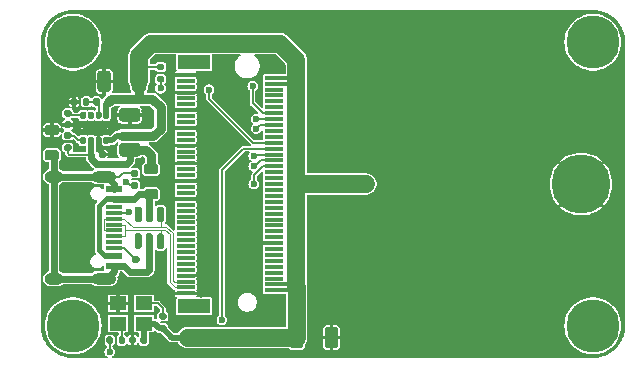
<source format=gtl>
G04 #@! TF.GenerationSoftware,KiCad,Pcbnew,8.0.1+dfsg-1*
G04 #@! TF.CreationDate,2024-10-13T21:14:54+00:00*
G04 #@! TF.ProjectId,usb2m2e,75736232-6d32-4652-9e6b-696361645f70,rev?*
G04 #@! TF.SameCoordinates,Original*
G04 #@! TF.FileFunction,Copper,L1,Top*
G04 #@! TF.FilePolarity,Positive*
%FSLAX46Y46*%
G04 Gerber Fmt 4.6, Leading zero omitted, Abs format (unit mm)*
G04 Created by KiCad (PCBNEW 8.0.1+dfsg-1) date 2024-10-13 21:14:54*
%MOMM*%
%LPD*%
G01*
G04 APERTURE LIST*
G04 #@! TA.AperFunction,SMDPad,CuDef*
%ADD10R,1.550000X0.300000*%
G04 #@! TD*
G04 #@! TA.AperFunction,SMDPad,CuDef*
%ADD11R,2.750000X1.200000*%
G04 #@! TD*
G04 #@! TA.AperFunction,ComponentPad*
%ADD12C,4.500000*%
G04 #@! TD*
G04 #@! TA.AperFunction,HeatsinkPad*
%ADD13C,0.500000*%
G04 #@! TD*
G04 #@! TA.AperFunction,HeatsinkPad*
%ADD14R,1.900000X1.100000*%
G04 #@! TD*
G04 #@! TA.AperFunction,SMDPad,CuDef*
%ADD15R,1.450000X0.600000*%
G04 #@! TD*
G04 #@! TA.AperFunction,SMDPad,CuDef*
%ADD16R,1.450000X0.300000*%
G04 #@! TD*
G04 #@! TA.AperFunction,ComponentPad*
%ADD17O,2.100000X1.000000*%
G04 #@! TD*
G04 #@! TA.AperFunction,ComponentPad*
%ADD18O,1.600000X1.000000*%
G04 #@! TD*
G04 #@! TA.AperFunction,ComponentPad*
%ADD19C,5.000000*%
G04 #@! TD*
G04 #@! TA.AperFunction,SMDPad,CuDef*
%ADD20R,1.400000X1.200000*%
G04 #@! TD*
G04 #@! TA.AperFunction,ViaPad*
%ADD21C,0.800000*%
G04 #@! TD*
G04 #@! TA.AperFunction,ViaPad*
%ADD22C,0.600000*%
G04 #@! TD*
G04 #@! TA.AperFunction,Conductor*
%ADD23C,0.600000*%
G04 #@! TD*
G04 #@! TA.AperFunction,Conductor*
%ADD24C,0.400000*%
G04 #@! TD*
G04 #@! TA.AperFunction,Conductor*
%ADD25C,0.800000*%
G04 #@! TD*
G04 #@! TA.AperFunction,Conductor*
%ADD26C,0.150000*%
G04 #@! TD*
G04 #@! TA.AperFunction,Conductor*
%ADD27C,0.500000*%
G04 #@! TD*
G04 #@! TA.AperFunction,Conductor*
%ADD28C,0.125000*%
G04 #@! TD*
G04 #@! TA.AperFunction,Conductor*
%ADD29C,0.300000*%
G04 #@! TD*
G04 #@! TA.AperFunction,Conductor*
%ADD30C,1.500000*%
G04 #@! TD*
G04 APERTURE END LIST*
D10*
X131525000Y-92250000D03*
X138975000Y-92000000D03*
X131525000Y-91750000D03*
X138975000Y-91500000D03*
X131525000Y-91250000D03*
X138975000Y-91000000D03*
X131525000Y-90750000D03*
X138975000Y-90500000D03*
X131525000Y-90250000D03*
X138975000Y-90000000D03*
X131525000Y-89750000D03*
X138975000Y-89500000D03*
X131525000Y-89250000D03*
X138975000Y-89000000D03*
X131525000Y-88750000D03*
X138975000Y-88500000D03*
X131525000Y-88250000D03*
X138975000Y-88000000D03*
X131525000Y-87750000D03*
X138975000Y-87500000D03*
X131525000Y-87250000D03*
X138975000Y-87000000D03*
X131525000Y-86750000D03*
X138975000Y-86500000D03*
X131525000Y-86250000D03*
X138975000Y-86000000D03*
X131525000Y-85750000D03*
X138975000Y-85500000D03*
X131525000Y-85250000D03*
X138975000Y-85000000D03*
X131525000Y-84750000D03*
X138975000Y-84500000D03*
X131525000Y-84250000D03*
X138975000Y-84000000D03*
X131525000Y-83750000D03*
X138975000Y-83500000D03*
X131525000Y-83250000D03*
X138975000Y-83000000D03*
X131525000Y-82750000D03*
X138975000Y-82500000D03*
X131525000Y-82250000D03*
X138975000Y-82000000D03*
X131525000Y-81750000D03*
X138975000Y-81500000D03*
X131525000Y-81250000D03*
X138975000Y-81000000D03*
X131525000Y-80750000D03*
X138975000Y-80500000D03*
X131525000Y-80250000D03*
X138975000Y-80000000D03*
X131525000Y-79750000D03*
X138975000Y-79500000D03*
X131525000Y-79250000D03*
X138975000Y-79000000D03*
X131525000Y-78750000D03*
X138975000Y-78500000D03*
X131525000Y-78250000D03*
X138975000Y-78000000D03*
X131525000Y-77750000D03*
X138975000Y-77500000D03*
X131525000Y-77250000D03*
X138975000Y-77000000D03*
X131525000Y-76750000D03*
X138975000Y-76500000D03*
X131525000Y-76250000D03*
X138975000Y-76000000D03*
X131525000Y-75750000D03*
X138975000Y-75500000D03*
X131525000Y-75250000D03*
X138975000Y-75000000D03*
X131525000Y-74750000D03*
X138975000Y-74500000D03*
X131525000Y-74250000D03*
X138975000Y-74000000D03*
X131525000Y-73750000D03*
D11*
X132250000Y-93350000D03*
X132250000Y-72650000D03*
G04 #@! TA.AperFunction,SMDPad,CuDef*
G36*
G01*
X121380000Y-76740000D02*
X121720000Y-76740000D01*
G75*
G02*
X121860000Y-76880000I0J-140000D01*
G01*
X121860000Y-77160000D01*
G75*
G02*
X121720000Y-77300000I-140000J0D01*
G01*
X121380000Y-77300000D01*
G75*
G02*
X121240000Y-77160000I0J140000D01*
G01*
X121240000Y-76880000D01*
G75*
G02*
X121380000Y-76740000I140000J0D01*
G01*
G37*
G04 #@! TD.AperFunction*
G04 #@! TA.AperFunction,SMDPad,CuDef*
G36*
G01*
X121380000Y-77700000D02*
X121720000Y-77700000D01*
G75*
G02*
X121860000Y-77840000I0J-140000D01*
G01*
X121860000Y-78120000D01*
G75*
G02*
X121720000Y-78260000I-140000J0D01*
G01*
X121380000Y-78260000D01*
G75*
G02*
X121240000Y-78120000I0J140000D01*
G01*
X121240000Y-77840000D01*
G75*
G02*
X121380000Y-77700000I140000J0D01*
G01*
G37*
G04 #@! TD.AperFunction*
G04 #@! TA.AperFunction,SMDPad,CuDef*
G36*
G01*
X126380000Y-96035000D02*
X126380000Y-96405000D01*
G75*
G02*
X126245000Y-96540000I-135000J0D01*
G01*
X125975000Y-96540000D01*
G75*
G02*
X125840000Y-96405000I0J135000D01*
G01*
X125840000Y-96035000D01*
G75*
G02*
X125975000Y-95900000I135000J0D01*
G01*
X126245000Y-95900000D01*
G75*
G02*
X126380000Y-96035000I0J-135000D01*
G01*
G37*
G04 #@! TD.AperFunction*
G04 #@! TA.AperFunction,SMDPad,CuDef*
G36*
G01*
X125360000Y-96035000D02*
X125360000Y-96405000D01*
G75*
G02*
X125225000Y-96540000I-135000J0D01*
G01*
X124955000Y-96540000D01*
G75*
G02*
X124820000Y-96405000I0J135000D01*
G01*
X124820000Y-96035000D01*
G75*
G02*
X124955000Y-95900000I135000J0D01*
G01*
X125225000Y-95900000D01*
G75*
G02*
X125360000Y-96035000I0J-135000D01*
G01*
G37*
G04 #@! TD.AperFunction*
G04 #@! TA.AperFunction,SMDPad,CuDef*
G36*
G01*
X125265000Y-75852500D02*
X125265000Y-76222500D01*
G75*
G02*
X125130000Y-76357500I-135000J0D01*
G01*
X124860000Y-76357500D01*
G75*
G02*
X124725000Y-76222500I0J135000D01*
G01*
X124725000Y-75852500D01*
G75*
G02*
X124860000Y-75717500I135000J0D01*
G01*
X125130000Y-75717500D01*
G75*
G02*
X125265000Y-75852500I0J-135000D01*
G01*
G37*
G04 #@! TD.AperFunction*
G04 #@! TA.AperFunction,SMDPad,CuDef*
G36*
G01*
X124245000Y-75852500D02*
X124245000Y-76222500D01*
G75*
G02*
X124110000Y-76357500I-135000J0D01*
G01*
X123840000Y-76357500D01*
G75*
G02*
X123705000Y-76222500I0J135000D01*
G01*
X123705000Y-75852500D01*
G75*
G02*
X123840000Y-75717500I135000J0D01*
G01*
X124110000Y-75717500D01*
G75*
G02*
X124245000Y-75852500I0J-135000D01*
G01*
G37*
G04 #@! TD.AperFunction*
G04 #@! TA.AperFunction,SMDPad,CuDef*
G36*
G01*
X121735000Y-80180000D02*
X121365000Y-80180000D01*
G75*
G02*
X121230000Y-80045000I0J135000D01*
G01*
X121230000Y-79775000D01*
G75*
G02*
X121365000Y-79640000I135000J0D01*
G01*
X121735000Y-79640000D01*
G75*
G02*
X121870000Y-79775000I0J-135000D01*
G01*
X121870000Y-80045000D01*
G75*
G02*
X121735000Y-80180000I-135000J0D01*
G01*
G37*
G04 #@! TD.AperFunction*
G04 #@! TA.AperFunction,SMDPad,CuDef*
G36*
G01*
X121735000Y-79160000D02*
X121365000Y-79160000D01*
G75*
G02*
X121230000Y-79025000I0J135000D01*
G01*
X121230000Y-78755000D01*
G75*
G02*
X121365000Y-78620000I135000J0D01*
G01*
X121735000Y-78620000D01*
G75*
G02*
X121870000Y-78755000I0J-135000D01*
G01*
X121870000Y-79025000D01*
G75*
G02*
X121735000Y-79160000I-135000J0D01*
G01*
G37*
G04 #@! TD.AperFunction*
G04 #@! TA.AperFunction,SMDPad,CuDef*
G36*
G01*
X129785000Y-95490000D02*
X129415000Y-95490000D01*
G75*
G02*
X129280000Y-95355000I0J135000D01*
G01*
X129280000Y-95085000D01*
G75*
G02*
X129415000Y-94950000I135000J0D01*
G01*
X129785000Y-94950000D01*
G75*
G02*
X129920000Y-95085000I0J-135000D01*
G01*
X129920000Y-95355000D01*
G75*
G02*
X129785000Y-95490000I-135000J0D01*
G01*
G37*
G04 #@! TD.AperFunction*
G04 #@! TA.AperFunction,SMDPad,CuDef*
G36*
G01*
X129785000Y-94470000D02*
X129415000Y-94470000D01*
G75*
G02*
X129280000Y-94335000I0J135000D01*
G01*
X129280000Y-94065000D01*
G75*
G02*
X129415000Y-93930000I135000J0D01*
G01*
X129785000Y-93930000D01*
G75*
G02*
X129920000Y-94065000I0J-135000D01*
G01*
X129920000Y-94335000D01*
G75*
G02*
X129785000Y-94470000I-135000J0D01*
G01*
G37*
G04 #@! TD.AperFunction*
G04 #@! TA.AperFunction,SMDPad,CuDef*
G36*
G01*
X129215000Y-72820000D02*
X129585000Y-72820000D01*
G75*
G02*
X129720000Y-72955000I0J-135000D01*
G01*
X129720000Y-73225000D01*
G75*
G02*
X129585000Y-73360000I-135000J0D01*
G01*
X129215000Y-73360000D01*
G75*
G02*
X129080000Y-73225000I0J135000D01*
G01*
X129080000Y-72955000D01*
G75*
G02*
X129215000Y-72820000I135000J0D01*
G01*
G37*
G04 #@! TD.AperFunction*
G04 #@! TA.AperFunction,SMDPad,CuDef*
G36*
G01*
X129215000Y-73840000D02*
X129585000Y-73840000D01*
G75*
G02*
X129720000Y-73975000I0J-135000D01*
G01*
X129720000Y-74245000D01*
G75*
G02*
X129585000Y-74380000I-135000J0D01*
G01*
X129215000Y-74380000D01*
G75*
G02*
X129080000Y-74245000I0J135000D01*
G01*
X129080000Y-73975000D01*
G75*
G02*
X129215000Y-73840000I135000J0D01*
G01*
G37*
G04 #@! TD.AperFunction*
D12*
X122000000Y-71000000D03*
G04 #@! TA.AperFunction,SMDPad,CuDef*
G36*
G01*
X128260000Y-96040000D02*
X128260000Y-96380000D01*
G75*
G02*
X128120000Y-96520000I-140000J0D01*
G01*
X127840000Y-96520000D01*
G75*
G02*
X127700000Y-96380000I0J140000D01*
G01*
X127700000Y-96040000D01*
G75*
G02*
X127840000Y-95900000I140000J0D01*
G01*
X128120000Y-95900000D01*
G75*
G02*
X128260000Y-96040000I0J-140000D01*
G01*
G37*
G04 #@! TD.AperFunction*
G04 #@! TA.AperFunction,SMDPad,CuDef*
G36*
G01*
X127300000Y-96040000D02*
X127300000Y-96380000D01*
G75*
G02*
X127160000Y-96520000I-140000J0D01*
G01*
X126880000Y-96520000D01*
G75*
G02*
X126740000Y-96380000I0J140000D01*
G01*
X126740000Y-96040000D01*
G75*
G02*
X126880000Y-95900000I140000J0D01*
G01*
X127160000Y-95900000D01*
G75*
G02*
X127300000Y-96040000I0J-140000D01*
G01*
G37*
G04 #@! TD.AperFunction*
G04 #@! TA.AperFunction,SMDPad,CuDef*
G36*
G01*
X128150000Y-73650000D02*
X128150000Y-74950000D01*
G75*
G02*
X127900000Y-75200000I-250000J0D01*
G01*
X127250000Y-75200000D01*
G75*
G02*
X127000000Y-74950000I0J250000D01*
G01*
X127000000Y-73650000D01*
G75*
G02*
X127250000Y-73400000I250000J0D01*
G01*
X127900000Y-73400000D01*
G75*
G02*
X128150000Y-73650000I0J-250000D01*
G01*
G37*
G04 #@! TD.AperFunction*
G04 #@! TA.AperFunction,SMDPad,CuDef*
G36*
G01*
X125200000Y-73650000D02*
X125200000Y-74950000D01*
G75*
G02*
X124950000Y-75200000I-250000J0D01*
G01*
X124300000Y-75200000D01*
G75*
G02*
X124050000Y-74950000I0J250000D01*
G01*
X124050000Y-73650000D01*
G75*
G02*
X124300000Y-73400000I250000J0D01*
G01*
X124950000Y-73400000D01*
G75*
G02*
X125200000Y-73650000I0J-250000D01*
G01*
G37*
G04 #@! TD.AperFunction*
G04 #@! TA.AperFunction,SMDPad,CuDef*
G36*
G01*
X127385000Y-83380000D02*
X127015000Y-83380000D01*
G75*
G02*
X126880000Y-83245000I0J135000D01*
G01*
X126880000Y-82975000D01*
G75*
G02*
X127015000Y-82840000I135000J0D01*
G01*
X127385000Y-82840000D01*
G75*
G02*
X127520000Y-82975000I0J-135000D01*
G01*
X127520000Y-83245000D01*
G75*
G02*
X127385000Y-83380000I-135000J0D01*
G01*
G37*
G04 #@! TD.AperFunction*
G04 #@! TA.AperFunction,SMDPad,CuDef*
G36*
G01*
X127385000Y-82360000D02*
X127015000Y-82360000D01*
G75*
G02*
X126880000Y-82225000I0J135000D01*
G01*
X126880000Y-81955000D01*
G75*
G02*
X127015000Y-81820000I135000J0D01*
G01*
X127385000Y-81820000D01*
G75*
G02*
X127520000Y-81955000I0J-135000D01*
G01*
X127520000Y-82225000D01*
G75*
G02*
X127385000Y-82360000I-135000J0D01*
G01*
G37*
G04 #@! TD.AperFunction*
X166000000Y-95000000D03*
G04 #@! TA.AperFunction,SMDPad,CuDef*
G36*
G01*
X127115000Y-89130000D02*
X127485000Y-89130000D01*
G75*
G02*
X127620000Y-89265000I0J-135000D01*
G01*
X127620000Y-89535000D01*
G75*
G02*
X127485000Y-89670000I-135000J0D01*
G01*
X127115000Y-89670000D01*
G75*
G02*
X126980000Y-89535000I0J135000D01*
G01*
X126980000Y-89265000D01*
G75*
G02*
X127115000Y-89130000I135000J0D01*
G01*
G37*
G04 #@! TD.AperFunction*
G04 #@! TA.AperFunction,SMDPad,CuDef*
G36*
G01*
X127115000Y-90150000D02*
X127485000Y-90150000D01*
G75*
G02*
X127620000Y-90285000I0J-135000D01*
G01*
X127620000Y-90555000D01*
G75*
G02*
X127485000Y-90690000I-135000J0D01*
G01*
X127115000Y-90690000D01*
G75*
G02*
X126980000Y-90555000I0J135000D01*
G01*
X126980000Y-90285000D01*
G75*
G02*
X127115000Y-90150000I135000J0D01*
G01*
G37*
G04 #@! TD.AperFunction*
G04 #@! TA.AperFunction,SMDPad,CuDef*
G36*
G01*
X123365000Y-75852500D02*
X123365000Y-76222500D01*
G75*
G02*
X123230000Y-76357500I-135000J0D01*
G01*
X122960000Y-76357500D01*
G75*
G02*
X122825000Y-76222500I0J135000D01*
G01*
X122825000Y-75852500D01*
G75*
G02*
X122960000Y-75717500I135000J0D01*
G01*
X123230000Y-75717500D01*
G75*
G02*
X123365000Y-75852500I0J-135000D01*
G01*
G37*
G04 #@! TD.AperFunction*
G04 #@! TA.AperFunction,SMDPad,CuDef*
G36*
G01*
X122345000Y-75852500D02*
X122345000Y-76222500D01*
G75*
G02*
X122210000Y-76357500I-135000J0D01*
G01*
X121940000Y-76357500D01*
G75*
G02*
X121805000Y-76222500I0J135000D01*
G01*
X121805000Y-75852500D01*
G75*
G02*
X121940000Y-75717500I135000J0D01*
G01*
X122210000Y-75717500D01*
G75*
G02*
X122345000Y-75852500I0J-135000D01*
G01*
G37*
G04 #@! TD.AperFunction*
G04 #@! TA.AperFunction,SMDPad,CuDef*
G36*
G01*
X122975000Y-79612500D02*
X122725000Y-79612500D01*
G75*
G02*
X122600000Y-79487500I0J125000D01*
G01*
X122600000Y-79112500D01*
G75*
G02*
X122725000Y-78987500I125000J0D01*
G01*
X122975000Y-78987500D01*
G75*
G02*
X123100000Y-79112500I0J-125000D01*
G01*
X123100000Y-79487500D01*
G75*
G02*
X122975000Y-79612500I-125000J0D01*
G01*
G37*
G04 #@! TD.AperFunction*
G04 #@! TA.AperFunction,SMDPad,CuDef*
G36*
G01*
X123625000Y-79612500D02*
X123375000Y-79612500D01*
G75*
G02*
X123250000Y-79487500I0J125000D01*
G01*
X123250000Y-79112500D01*
G75*
G02*
X123375000Y-78987500I125000J0D01*
G01*
X123625000Y-78987500D01*
G75*
G02*
X123750000Y-79112500I0J-125000D01*
G01*
X123750000Y-79487500D01*
G75*
G02*
X123625000Y-79612500I-125000J0D01*
G01*
G37*
G04 #@! TD.AperFunction*
G04 #@! TA.AperFunction,SMDPad,CuDef*
G36*
G01*
X124275000Y-79612500D02*
X124025000Y-79612500D01*
G75*
G02*
X123900000Y-79487500I0J125000D01*
G01*
X123900000Y-79112500D01*
G75*
G02*
X124025000Y-78987500I125000J0D01*
G01*
X124275000Y-78987500D01*
G75*
G02*
X124400000Y-79112500I0J-125000D01*
G01*
X124400000Y-79487500D01*
G75*
G02*
X124275000Y-79612500I-125000J0D01*
G01*
G37*
G04 #@! TD.AperFunction*
G04 #@! TA.AperFunction,SMDPad,CuDef*
G36*
G01*
X124925000Y-79612500D02*
X124675000Y-79612500D01*
G75*
G02*
X124550000Y-79487500I0J125000D01*
G01*
X124550000Y-79112500D01*
G75*
G02*
X124675000Y-78987500I125000J0D01*
G01*
X124925000Y-78987500D01*
G75*
G02*
X125050000Y-79112500I0J-125000D01*
G01*
X125050000Y-79487500D01*
G75*
G02*
X124925000Y-79612500I-125000J0D01*
G01*
G37*
G04 #@! TD.AperFunction*
G04 #@! TA.AperFunction,SMDPad,CuDef*
G36*
G01*
X124925000Y-77487500D02*
X124675000Y-77487500D01*
G75*
G02*
X124550000Y-77362500I0J125000D01*
G01*
X124550000Y-76987500D01*
G75*
G02*
X124675000Y-76862500I125000J0D01*
G01*
X124925000Y-76862500D01*
G75*
G02*
X125050000Y-76987500I0J-125000D01*
G01*
X125050000Y-77362500D01*
G75*
G02*
X124925000Y-77487500I-125000J0D01*
G01*
G37*
G04 #@! TD.AperFunction*
G04 #@! TA.AperFunction,SMDPad,CuDef*
G36*
G01*
X124275000Y-77487500D02*
X124025000Y-77487500D01*
G75*
G02*
X123900000Y-77362500I0J125000D01*
G01*
X123900000Y-76987500D01*
G75*
G02*
X124025000Y-76862500I125000J0D01*
G01*
X124275000Y-76862500D01*
G75*
G02*
X124400000Y-76987500I0J-125000D01*
G01*
X124400000Y-77362500D01*
G75*
G02*
X124275000Y-77487500I-125000J0D01*
G01*
G37*
G04 #@! TD.AperFunction*
G04 #@! TA.AperFunction,SMDPad,CuDef*
G36*
G01*
X123625000Y-77487500D02*
X123375000Y-77487500D01*
G75*
G02*
X123250000Y-77362500I0J125000D01*
G01*
X123250000Y-76987500D01*
G75*
G02*
X123375000Y-76862500I125000J0D01*
G01*
X123625000Y-76862500D01*
G75*
G02*
X123750000Y-76987500I0J-125000D01*
G01*
X123750000Y-77362500D01*
G75*
G02*
X123625000Y-77487500I-125000J0D01*
G01*
G37*
G04 #@! TD.AperFunction*
G04 #@! TA.AperFunction,SMDPad,CuDef*
G36*
G01*
X122975000Y-77487500D02*
X122725000Y-77487500D01*
G75*
G02*
X122600000Y-77362500I0J125000D01*
G01*
X122600000Y-76987500D01*
G75*
G02*
X122725000Y-76862500I125000J0D01*
G01*
X122975000Y-76862500D01*
G75*
G02*
X123100000Y-76987500I0J-125000D01*
G01*
X123100000Y-77362500D01*
G75*
G02*
X122975000Y-77487500I-125000J0D01*
G01*
G37*
G04 #@! TD.AperFunction*
D13*
X123075000Y-78237500D03*
X123825000Y-78237500D03*
D14*
X123825000Y-78237500D03*
D13*
X124575000Y-78237500D03*
D12*
X166000000Y-71000000D03*
G04 #@! TA.AperFunction,SMDPad,CuDef*
G36*
G01*
X127450000Y-80675000D02*
X126150000Y-80675000D01*
G75*
G02*
X125900000Y-80425000I0J250000D01*
G01*
X125900000Y-79775000D01*
G75*
G02*
X126150000Y-79525000I250000J0D01*
G01*
X127450000Y-79525000D01*
G75*
G02*
X127700000Y-79775000I0J-250000D01*
G01*
X127700000Y-80425000D01*
G75*
G02*
X127450000Y-80675000I-250000J0D01*
G01*
G37*
G04 #@! TD.AperFunction*
G04 #@! TA.AperFunction,SMDPad,CuDef*
G36*
G01*
X127450000Y-77725000D02*
X126150000Y-77725000D01*
G75*
G02*
X125900000Y-77475000I0J250000D01*
G01*
X125900000Y-76825000D01*
G75*
G02*
X126150000Y-76575000I250000J0D01*
G01*
X127450000Y-76575000D01*
G75*
G02*
X127700000Y-76825000I0J-250000D01*
G01*
X127700000Y-77475000D01*
G75*
G02*
X127450000Y-77725000I-250000J0D01*
G01*
G37*
G04 #@! TD.AperFunction*
G04 #@! TA.AperFunction,SMDPad,CuDef*
G36*
G01*
X123240000Y-80670000D02*
X123240000Y-80330000D01*
G75*
G02*
X123380000Y-80190000I140000J0D01*
G01*
X123660000Y-80190000D01*
G75*
G02*
X123800000Y-80330000I0J-140000D01*
G01*
X123800000Y-80670000D01*
G75*
G02*
X123660000Y-80810000I-140000J0D01*
G01*
X123380000Y-80810000D01*
G75*
G02*
X123240000Y-80670000I0J140000D01*
G01*
G37*
G04 #@! TD.AperFunction*
G04 #@! TA.AperFunction,SMDPad,CuDef*
G36*
G01*
X124200000Y-80670000D02*
X124200000Y-80330000D01*
G75*
G02*
X124340000Y-80190000I140000J0D01*
G01*
X124620000Y-80190000D01*
G75*
G02*
X124760000Y-80330000I0J-140000D01*
G01*
X124760000Y-80670000D01*
G75*
G02*
X124620000Y-80810000I-140000J0D01*
G01*
X124340000Y-80810000D01*
G75*
G02*
X124200000Y-80670000I0J140000D01*
G01*
G37*
G04 #@! TD.AperFunction*
D15*
X125485000Y-83430000D03*
X125485000Y-84230000D03*
D16*
X125485000Y-85430000D03*
X125485000Y-86430000D03*
X125485000Y-86930000D03*
X125485000Y-87930000D03*
D15*
X125485000Y-89130000D03*
X125485000Y-89930000D03*
X125485000Y-89930000D03*
X125485000Y-89130000D03*
D16*
X125485000Y-88430000D03*
X125485000Y-87430000D03*
X125485000Y-85930000D03*
X125485000Y-84930000D03*
D15*
X125485000Y-84230000D03*
X125485000Y-83430000D03*
D17*
X124570000Y-82360000D03*
D18*
X120390000Y-82360000D03*
D17*
X124570000Y-91000000D03*
D18*
X120390000Y-91000000D03*
G04 #@! TA.AperFunction,SMDPad,CuDef*
G36*
G01*
X128981250Y-84300000D02*
X128218750Y-84300000D01*
G75*
G02*
X128000000Y-84081250I0J218750D01*
G01*
X128000000Y-83643750D01*
G75*
G02*
X128218750Y-83425000I218750J0D01*
G01*
X128981250Y-83425000D01*
G75*
G02*
X129200000Y-83643750I0J-218750D01*
G01*
X129200000Y-84081250D01*
G75*
G02*
X128981250Y-84300000I-218750J0D01*
G01*
G37*
G04 #@! TD.AperFunction*
G04 #@! TA.AperFunction,SMDPad,CuDef*
G36*
G01*
X128981250Y-82175000D02*
X128218750Y-82175000D01*
G75*
G02*
X128000000Y-81956250I0J218750D01*
G01*
X128000000Y-81518750D01*
G75*
G02*
X128218750Y-81300000I218750J0D01*
G01*
X128981250Y-81300000D01*
G75*
G02*
X129200000Y-81518750I0J-218750D01*
G01*
X129200000Y-81956250D01*
G75*
G02*
X128981250Y-82175000I-218750J0D01*
G01*
G37*
G04 #@! TD.AperFunction*
D12*
X122000000Y-95000000D03*
D19*
X165000000Y-83000000D03*
G04 #@! TA.AperFunction,SMDPad,CuDef*
G36*
G01*
X140350000Y-96650000D02*
X140350000Y-95350000D01*
G75*
G02*
X140600000Y-95100000I250000J0D01*
G01*
X141250000Y-95100000D01*
G75*
G02*
X141500000Y-95350000I0J-250000D01*
G01*
X141500000Y-96650000D01*
G75*
G02*
X141250000Y-96900000I-250000J0D01*
G01*
X140600000Y-96900000D01*
G75*
G02*
X140350000Y-96650000I0J250000D01*
G01*
G37*
G04 #@! TD.AperFunction*
G04 #@! TA.AperFunction,SMDPad,CuDef*
G36*
G01*
X143300000Y-96650000D02*
X143300000Y-95350000D01*
G75*
G02*
X143550000Y-95100000I250000J0D01*
G01*
X144200000Y-95100000D01*
G75*
G02*
X144450000Y-95350000I0J-250000D01*
G01*
X144450000Y-96650000D01*
G75*
G02*
X144200000Y-96900000I-250000J0D01*
G01*
X143550000Y-96900000D01*
G75*
G02*
X143300000Y-96650000I0J250000D01*
G01*
G37*
G04 #@! TD.AperFunction*
G04 #@! TA.AperFunction,SMDPad,CuDef*
G36*
G01*
X119818750Y-78000000D02*
X120581250Y-78000000D01*
G75*
G02*
X120800000Y-78218750I0J-218750D01*
G01*
X120800000Y-78656250D01*
G75*
G02*
X120581250Y-78875000I-218750J0D01*
G01*
X119818750Y-78875000D01*
G75*
G02*
X119600000Y-78656250I0J218750D01*
G01*
X119600000Y-78218750D01*
G75*
G02*
X119818750Y-78000000I218750J0D01*
G01*
G37*
G04 #@! TD.AperFunction*
G04 #@! TA.AperFunction,SMDPad,CuDef*
G36*
G01*
X119818750Y-80125000D02*
X120581250Y-80125000D01*
G75*
G02*
X120800000Y-80343750I0J-218750D01*
G01*
X120800000Y-80781250D01*
G75*
G02*
X120581250Y-81000000I-218750J0D01*
G01*
X119818750Y-81000000D01*
G75*
G02*
X119600000Y-80781250I0J218750D01*
G01*
X119600000Y-80343750D01*
G75*
G02*
X119818750Y-80125000I218750J0D01*
G01*
G37*
G04 #@! TD.AperFunction*
G04 #@! TA.AperFunction,SMDPad,CuDef*
G36*
G01*
X127650000Y-88500000D02*
X127350000Y-88500000D01*
G75*
G02*
X127200000Y-88350000I0J150000D01*
G01*
X127200000Y-87325000D01*
G75*
G02*
X127350000Y-87175000I150000J0D01*
G01*
X127650000Y-87175000D01*
G75*
G02*
X127800000Y-87325000I0J-150000D01*
G01*
X127800000Y-88350000D01*
G75*
G02*
X127650000Y-88500000I-150000J0D01*
G01*
G37*
G04 #@! TD.AperFunction*
G04 #@! TA.AperFunction,SMDPad,CuDef*
G36*
G01*
X128600000Y-88500000D02*
X128300000Y-88500000D01*
G75*
G02*
X128150000Y-88350000I0J150000D01*
G01*
X128150000Y-87325000D01*
G75*
G02*
X128300000Y-87175000I150000J0D01*
G01*
X128600000Y-87175000D01*
G75*
G02*
X128750000Y-87325000I0J-150000D01*
G01*
X128750000Y-88350000D01*
G75*
G02*
X128600000Y-88500000I-150000J0D01*
G01*
G37*
G04 #@! TD.AperFunction*
G04 #@! TA.AperFunction,SMDPad,CuDef*
G36*
G01*
X129550000Y-88500000D02*
X129250000Y-88500000D01*
G75*
G02*
X129100000Y-88350000I0J150000D01*
G01*
X129100000Y-87325000D01*
G75*
G02*
X129250000Y-87175000I150000J0D01*
G01*
X129550000Y-87175000D01*
G75*
G02*
X129700000Y-87325000I0J-150000D01*
G01*
X129700000Y-88350000D01*
G75*
G02*
X129550000Y-88500000I-150000J0D01*
G01*
G37*
G04 #@! TD.AperFunction*
G04 #@! TA.AperFunction,SMDPad,CuDef*
G36*
G01*
X129550000Y-86225000D02*
X129250000Y-86225000D01*
G75*
G02*
X129100000Y-86075000I0J150000D01*
G01*
X129100000Y-85050000D01*
G75*
G02*
X129250000Y-84900000I150000J0D01*
G01*
X129550000Y-84900000D01*
G75*
G02*
X129700000Y-85050000I0J-150000D01*
G01*
X129700000Y-86075000D01*
G75*
G02*
X129550000Y-86225000I-150000J0D01*
G01*
G37*
G04 #@! TD.AperFunction*
G04 #@! TA.AperFunction,SMDPad,CuDef*
G36*
G01*
X128600000Y-86225000D02*
X128300000Y-86225000D01*
G75*
G02*
X128150000Y-86075000I0J150000D01*
G01*
X128150000Y-85050000D01*
G75*
G02*
X128300000Y-84900000I150000J0D01*
G01*
X128600000Y-84900000D01*
G75*
G02*
X128750000Y-85050000I0J-150000D01*
G01*
X128750000Y-86075000D01*
G75*
G02*
X128600000Y-86225000I-150000J0D01*
G01*
G37*
G04 #@! TD.AperFunction*
G04 #@! TA.AperFunction,SMDPad,CuDef*
G36*
G01*
X127650000Y-86225000D02*
X127350000Y-86225000D01*
G75*
G02*
X127200000Y-86075000I0J150000D01*
G01*
X127200000Y-85050000D01*
G75*
G02*
X127350000Y-84900000I150000J0D01*
G01*
X127650000Y-84900000D01*
G75*
G02*
X127800000Y-85050000I0J-150000D01*
G01*
X127800000Y-86075000D01*
G75*
G02*
X127650000Y-86225000I-150000J0D01*
G01*
G37*
G04 #@! TD.AperFunction*
D20*
X128000000Y-93110000D03*
X125800000Y-93110000D03*
X125800000Y-94810000D03*
X128000000Y-94810000D03*
D21*
X137600000Y-88000000D03*
D22*
X129500000Y-89200000D03*
D21*
X132900000Y-78250000D03*
X120200000Y-77200000D03*
D22*
X127000000Y-97100000D03*
X125300000Y-80400000D03*
X121600000Y-89900000D03*
D21*
X125800000Y-74300000D03*
X142700000Y-96000000D03*
X132900000Y-76750000D03*
X143900000Y-94500000D03*
X130100000Y-75650000D03*
X128200000Y-76800000D03*
D22*
X135500000Y-94500000D03*
D21*
X126400000Y-91700000D03*
D22*
X126000000Y-97200000D03*
X121350000Y-83500000D03*
D21*
X132900000Y-79750000D03*
X132850000Y-82750000D03*
D22*
X122000000Y-81300000D03*
D21*
X132850000Y-90750000D03*
X132850000Y-84250000D03*
X120700000Y-76000000D03*
X128200000Y-77900000D03*
X132850000Y-92200000D03*
D22*
X130200000Y-85900000D03*
D21*
X124300000Y-92600000D03*
X123300000Y-74300000D03*
X145100000Y-96000000D03*
X132900000Y-81250000D03*
D22*
X126700000Y-85400000D03*
X126507053Y-82791975D03*
X129400000Y-74900000D03*
X133500000Y-75000000D03*
D21*
X146800000Y-83000000D03*
D22*
X137300000Y-83000000D03*
X137500000Y-78300000D03*
X134600000Y-94500000D03*
X125100000Y-97200000D03*
X137300000Y-81500000D03*
X137300000Y-80600000D03*
X137200000Y-74700000D03*
X137500000Y-77500000D03*
D23*
X128450000Y-84012500D02*
X128600000Y-83862500D01*
D24*
X124185000Y-84815000D02*
X124770000Y-84230000D01*
X124770000Y-84230000D02*
X125485000Y-84230000D01*
D23*
X127537500Y-83862500D02*
X128600000Y-83862500D01*
X125485000Y-84230000D02*
X127170000Y-84230000D01*
X127170000Y-84230000D02*
X127537500Y-83862500D01*
X128450000Y-85562500D02*
X128450000Y-84012500D01*
D24*
X125485000Y-89130000D02*
X124696016Y-89130000D01*
X124696016Y-89130000D02*
X124185000Y-88618984D01*
X124185000Y-88618984D02*
X124185000Y-84815000D01*
D23*
X126800000Y-81000000D02*
X126540000Y-81260000D01*
D25*
X126800000Y-80100000D02*
X128200000Y-80100000D01*
D23*
X126800000Y-80100000D02*
X126800000Y-81000000D01*
D26*
X121550000Y-80400000D02*
X121550000Y-79910000D01*
X123520000Y-80500000D02*
X121650000Y-80500000D01*
D27*
X123500000Y-79300000D02*
X123500000Y-80480000D01*
D23*
X123970001Y-81260000D02*
X123520000Y-80809999D01*
D27*
X123500000Y-80480000D02*
X123520000Y-80500000D01*
D25*
X128600000Y-80500000D02*
X128600000Y-81737500D01*
D23*
X126540000Y-81260000D02*
X123970001Y-81260000D01*
D26*
X121650000Y-80500000D02*
X121550000Y-80400000D01*
D25*
X128200000Y-80100000D02*
X128600000Y-80500000D01*
D23*
X123520000Y-80809999D02*
X123520000Y-80500000D01*
D27*
X124150000Y-80052444D02*
X124480000Y-80382444D01*
X124150000Y-79300000D02*
X124150000Y-80052444D01*
X124480000Y-80382444D02*
X124480000Y-80500000D01*
D28*
X129400000Y-86625962D02*
X129885062Y-86625962D01*
X130412500Y-87153400D02*
X130412500Y-91112500D01*
X124597500Y-86892500D02*
X124635000Y-86930000D01*
X124635000Y-85930000D02*
X124597500Y-85967500D01*
X126330000Y-85930000D02*
X127025962Y-86625962D01*
X130412500Y-91112500D02*
X130550000Y-91250000D01*
X130550000Y-91250000D02*
X131525000Y-91250000D01*
X129885062Y-86625962D02*
X130412500Y-87153400D01*
X125485000Y-85930000D02*
X126330000Y-85930000D01*
X124597500Y-85967500D02*
X124597500Y-86892500D01*
X125485000Y-85930000D02*
X124635000Y-85930000D01*
X127025962Y-86625962D02*
X129400000Y-86625962D01*
X129400000Y-86625962D02*
X129400000Y-85562500D01*
X124635000Y-86930000D02*
X125485000Y-86930000D01*
X125485000Y-86430000D02*
X126335000Y-86430000D01*
X130187500Y-91330406D02*
X130607094Y-91750000D01*
X130187500Y-87246600D02*
X130187500Y-91330406D01*
X129400000Y-86850962D02*
X129400000Y-87837500D01*
X126372500Y-87392500D02*
X126335000Y-87430000D01*
X129400000Y-86850962D02*
X126423462Y-86850962D01*
X129400000Y-86850962D02*
X129791862Y-86850962D01*
X130607094Y-91750000D02*
X131525000Y-91750000D01*
X126335000Y-87430000D02*
X125485000Y-87430000D01*
X129791862Y-86850962D02*
X130187500Y-87246600D01*
X126335000Y-86430000D02*
X126372500Y-86467500D01*
X126372500Y-86900000D02*
X126372500Y-87392500D01*
X126372500Y-86467500D02*
X126372500Y-86900000D01*
D26*
X125485000Y-88430000D02*
X126330000Y-88430000D01*
X126330000Y-88430000D02*
X127300000Y-89400000D01*
X126825078Y-83110000D02*
X126507053Y-82791975D01*
X125485000Y-85430000D02*
X126670000Y-85430000D01*
X126670000Y-85430000D02*
X126700000Y-85400000D01*
X127200000Y-83110000D02*
X126825078Y-83110000D01*
X138975000Y-79500000D02*
X137200000Y-79500000D01*
X137200000Y-79500000D02*
X133500000Y-75800000D01*
X133500000Y-75800000D02*
X133500000Y-75000000D01*
X129400000Y-74110000D02*
X129400000Y-74900000D01*
D27*
X128900000Y-94820000D02*
X128010000Y-94820000D01*
D29*
X138975000Y-91500000D02*
X140700000Y-91500000D01*
D27*
X127980000Y-96210000D02*
X127980000Y-94830000D01*
D30*
X127575000Y-72125000D02*
X128600000Y-71100000D01*
D29*
X138975000Y-74500000D02*
X140400000Y-74500000D01*
X140600000Y-92000000D02*
X140900000Y-91700000D01*
D26*
X127585000Y-73090000D02*
X127575000Y-73100000D01*
D25*
X124995000Y-76037500D02*
X125232500Y-75800000D01*
D29*
X138975000Y-74000000D02*
X140900000Y-74000000D01*
D25*
X128700000Y-75800000D02*
X129400000Y-76500000D01*
D29*
X140400000Y-74500000D02*
X140900000Y-74000000D01*
D25*
X127700000Y-75800000D02*
X128700000Y-75800000D01*
D27*
X124800000Y-77175000D02*
X124800000Y-76232500D01*
D26*
X129400000Y-73090000D02*
X127585000Y-73090000D01*
D27*
X125300000Y-79300000D02*
X125700000Y-78900000D01*
X124800000Y-79300000D02*
X125300000Y-79300000D01*
D30*
X128600000Y-71100000D02*
X139500000Y-71100000D01*
D27*
X129600000Y-95220000D02*
X129300000Y-95220000D01*
D30*
X140900000Y-83000000D02*
X140900000Y-91700000D01*
X127575000Y-74300000D02*
X127575000Y-73100000D01*
D25*
X129400000Y-78300000D02*
X128800000Y-78900000D01*
D27*
X128010000Y-94820000D02*
X128000000Y-94810000D01*
D30*
X140900000Y-72500000D02*
X140900000Y-74000000D01*
D25*
X128800000Y-78900000D02*
X126100000Y-78900000D01*
D30*
X140900000Y-91700000D02*
X140925000Y-91725000D01*
X127575000Y-73100000D02*
X127575000Y-72125000D01*
D27*
X130380000Y-96000000D02*
X131700000Y-96000000D01*
D25*
X125232500Y-75800000D02*
X127700000Y-75800000D01*
D30*
X140925000Y-96000000D02*
X131700000Y-96000000D01*
D27*
X127980000Y-94830000D02*
X128000000Y-94810000D01*
X129300000Y-95220000D02*
X128900000Y-94820000D01*
D30*
X140900000Y-74000000D02*
X140900000Y-83000000D01*
D27*
X124800000Y-76232500D02*
X124995000Y-76037500D01*
X129600000Y-95220000D02*
X130380000Y-96000000D01*
D30*
X140925000Y-91725000D02*
X140925000Y-96000000D01*
D25*
X129400000Y-76500000D02*
X129400000Y-78300000D01*
D29*
X138975000Y-92000000D02*
X140600000Y-92000000D01*
D30*
X140900000Y-83000000D02*
X146800000Y-83000000D01*
D29*
X140700000Y-91500000D02*
X140900000Y-91700000D01*
D25*
X127700000Y-75800000D02*
X127575000Y-75675000D01*
D30*
X139500000Y-71100000D02*
X140900000Y-72500000D01*
D25*
X127575000Y-75675000D02*
X127575000Y-74300000D01*
D27*
X125700000Y-78900000D02*
X126100000Y-78900000D01*
D26*
X137300000Y-82250000D02*
X137300000Y-83000000D01*
X138050000Y-81500000D02*
X137300000Y-82250000D01*
X138975000Y-81500000D02*
X138050000Y-81500000D01*
X138975000Y-78000000D02*
X137800000Y-78000000D01*
X137800000Y-78000000D02*
X137500000Y-78300000D01*
X136400000Y-80000000D02*
X138975000Y-80000000D01*
X125090000Y-97190000D02*
X125100000Y-97200000D01*
X134600000Y-94500000D02*
X134600000Y-81800000D01*
X134600000Y-81800000D02*
X136400000Y-80000000D01*
X125090000Y-96220000D02*
X125090000Y-97190000D01*
X137300000Y-81500000D02*
X137400000Y-81500000D01*
X137900000Y-81000000D02*
X138975000Y-81000000D01*
X137400000Y-81500000D02*
X137900000Y-81000000D01*
X137400000Y-80500000D02*
X137300000Y-80600000D01*
X138975000Y-80500000D02*
X137400000Y-80500000D01*
X138050000Y-77000000D02*
X137200000Y-76150000D01*
X137200000Y-76150000D02*
X137200000Y-74700000D01*
X138975000Y-77000000D02*
X138050000Y-77000000D01*
X138975000Y-77500000D02*
X137500000Y-77500000D01*
X126110000Y-95120000D02*
X125800000Y-94810000D01*
X126110000Y-96220000D02*
X126110000Y-95120000D01*
X122040000Y-78890000D02*
X121550000Y-78890000D01*
X122850000Y-79300000D02*
X122450000Y-79300000D01*
X122450000Y-79300000D02*
X122040000Y-78890000D01*
X124150000Y-76212500D02*
X123975000Y-76037500D01*
X123975000Y-76037500D02*
X123095000Y-76037500D01*
X124150000Y-77175000D02*
X124150000Y-76212500D01*
X121705000Y-77175000D02*
X121550000Y-77020000D01*
X122850000Y-77175000D02*
X121705000Y-77175000D01*
D23*
X125500000Y-83000000D02*
X124860000Y-82360000D01*
X124860000Y-82360000D02*
X124570000Y-82360000D01*
X120390000Y-91000000D02*
X120390000Y-82360000D01*
X120390000Y-80752500D02*
X120200000Y-80562500D01*
X125485000Y-83430000D02*
X125485000Y-83015000D01*
D26*
X124610000Y-82400000D02*
X124570000Y-82360000D01*
D23*
X128450000Y-87837500D02*
X128450000Y-90250000D01*
X120390000Y-82360000D02*
X120390000Y-80752500D01*
X128280000Y-90420000D02*
X127300000Y-90420000D01*
X125485000Y-83015000D02*
X125500000Y-83000000D01*
X125485000Y-89930000D02*
X125485000Y-90385000D01*
X125500000Y-90400000D02*
X124900000Y-91000000D01*
D26*
X127200000Y-82090000D02*
X126210000Y-82090000D01*
D23*
X127300000Y-90420000D02*
X126820000Y-90420000D01*
D26*
X126210000Y-82090000D02*
X125900000Y-82400000D01*
D23*
X124900000Y-91000000D02*
X124570000Y-91000000D01*
X128450000Y-90250000D02*
X128280000Y-90420000D01*
D26*
X125900000Y-82400000D02*
X124610000Y-82400000D01*
D23*
X124570000Y-91000000D02*
X120390000Y-91000000D01*
X126330000Y-89930000D02*
X125485000Y-89930000D01*
X126820000Y-90420000D02*
X126330000Y-89930000D01*
X125485000Y-90385000D02*
X125500000Y-90400000D01*
X124570000Y-82360000D02*
X120390000Y-82360000D01*
D26*
X129600000Y-94200000D02*
X129600000Y-93520000D01*
X129600000Y-93520000D02*
X129190000Y-93110000D01*
X129190000Y-93110000D02*
X128000000Y-93110000D01*
G04 #@! TA.AperFunction,Conductor*
G36*
X123572229Y-82832174D02*
G01*
X123605331Y-82865276D01*
X123711873Y-82936465D01*
X123830256Y-82985501D01*
X123830258Y-82985501D01*
X123830260Y-82985502D01*
X123860394Y-82991496D01*
X123955931Y-83010500D01*
X124540153Y-83010500D01*
X124592479Y-83032174D01*
X124614153Y-83084500D01*
X124612731Y-83098936D01*
X124609500Y-83115179D01*
X124609500Y-83366969D01*
X124587826Y-83419295D01*
X124535500Y-83440969D01*
X124483175Y-83419295D01*
X124393365Y-83329485D01*
X124393362Y-83329483D01*
X124262139Y-83253721D01*
X124262130Y-83253717D01*
X124115768Y-83214500D01*
X124115766Y-83214500D01*
X123964234Y-83214500D01*
X123964232Y-83214500D01*
X123817869Y-83253717D01*
X123817860Y-83253721D01*
X123686637Y-83329483D01*
X123579483Y-83436637D01*
X123503721Y-83567860D01*
X123503717Y-83567869D01*
X123464500Y-83714231D01*
X123464500Y-83865768D01*
X123503717Y-84012130D01*
X123503721Y-84012139D01*
X123563856Y-84116295D01*
X123579485Y-84143365D01*
X123686635Y-84250515D01*
X123817865Y-84326281D01*
X123964234Y-84365500D01*
X123964239Y-84365500D01*
X123969041Y-84366133D01*
X123968661Y-84369018D01*
X124012492Y-84387174D01*
X124034166Y-84439500D01*
X124012492Y-84491826D01*
X123904530Y-84599787D01*
X123862973Y-84671767D01*
X123858387Y-84679709D01*
X123858384Y-84679716D01*
X123834500Y-84768853D01*
X123834500Y-88665130D01*
X123854962Y-88741493D01*
X123854963Y-88741497D01*
X123858384Y-88754269D01*
X123904530Y-88834196D01*
X123952943Y-88882609D01*
X123974617Y-88934935D01*
X123952943Y-88987261D01*
X123919770Y-89006413D01*
X123817869Y-89033717D01*
X123817860Y-89033721D01*
X123686637Y-89109483D01*
X123579483Y-89216637D01*
X123503721Y-89347860D01*
X123503717Y-89347869D01*
X123464500Y-89494231D01*
X123464500Y-89645768D01*
X123503717Y-89792130D01*
X123503721Y-89792139D01*
X123579483Y-89923362D01*
X123579485Y-89923365D01*
X123686635Y-90030515D01*
X123817865Y-90106281D01*
X123964231Y-90145499D01*
X123964232Y-90145500D01*
X123964234Y-90145500D01*
X124115768Y-90145500D01*
X124115768Y-90145499D01*
X124262135Y-90106281D01*
X124393365Y-90030515D01*
X124483175Y-89940704D01*
X124535500Y-89919031D01*
X124587826Y-89940705D01*
X124609500Y-89993031D01*
X124609500Y-90244820D01*
X124612731Y-90261064D01*
X124601682Y-90316612D01*
X124554589Y-90348078D01*
X124540153Y-90349500D01*
X123955931Y-90349500D01*
X123924726Y-90355707D01*
X123830260Y-90374497D01*
X123830257Y-90374498D01*
X123711876Y-90423533D01*
X123605331Y-90494723D01*
X123605330Y-90494725D01*
X123572229Y-90527826D01*
X123519903Y-90549500D01*
X121190097Y-90549500D01*
X121137771Y-90527826D01*
X121104668Y-90494723D01*
X121051695Y-90459328D01*
X120998127Y-90423535D01*
X120998124Y-90423533D01*
X120998123Y-90423533D01*
X120886181Y-90377165D01*
X120846133Y-90337116D01*
X120840500Y-90308798D01*
X120840500Y-83051201D01*
X120862174Y-82998875D01*
X120886180Y-82982834D01*
X120998127Y-82936465D01*
X121104669Y-82865276D01*
X121137771Y-82832174D01*
X121190097Y-82810500D01*
X123519903Y-82810500D01*
X123572229Y-82832174D01*
G37*
G04 #@! TD.AperFunction*
G04 #@! TA.AperFunction,Conductor*
G36*
X166002065Y-68250615D02*
G01*
X166303708Y-68267555D01*
X166311944Y-68268484D01*
X166607719Y-68318739D01*
X166615810Y-68320585D01*
X166904119Y-68403645D01*
X166911933Y-68406379D01*
X167189122Y-68521195D01*
X167196598Y-68524795D01*
X167400263Y-68637357D01*
X167459182Y-68669920D01*
X167466209Y-68674335D01*
X167710901Y-68847953D01*
X167717389Y-68853128D01*
X167941091Y-69053041D01*
X167946958Y-69058908D01*
X168146871Y-69282610D01*
X168152046Y-69289098D01*
X168325664Y-69533790D01*
X168330079Y-69540817D01*
X168475204Y-69803401D01*
X168478804Y-69810877D01*
X168593616Y-70088057D01*
X168596357Y-70095890D01*
X168679414Y-70384190D01*
X168681260Y-70392280D01*
X168731514Y-70688049D01*
X168732444Y-70696296D01*
X168749384Y-70997934D01*
X168749500Y-71002083D01*
X168749500Y-94997916D01*
X168749384Y-95002065D01*
X168732444Y-95303703D01*
X168731514Y-95311950D01*
X168681260Y-95607719D01*
X168679414Y-95615809D01*
X168596357Y-95904109D01*
X168593616Y-95911942D01*
X168478804Y-96189122D01*
X168475204Y-96196598D01*
X168330079Y-96459182D01*
X168325664Y-96466209D01*
X168152046Y-96710901D01*
X168146871Y-96717389D01*
X167946958Y-96941091D01*
X167941091Y-96946958D01*
X167717389Y-97146871D01*
X167710901Y-97152046D01*
X167466209Y-97325664D01*
X167459182Y-97330079D01*
X167196598Y-97475204D01*
X167189122Y-97478804D01*
X166911942Y-97593616D01*
X166904109Y-97596357D01*
X166615809Y-97679414D01*
X166607719Y-97681260D01*
X166311950Y-97731514D01*
X166303703Y-97732444D01*
X166002066Y-97749384D01*
X165997917Y-97749500D01*
X125330254Y-97749500D01*
X125277928Y-97727826D01*
X125256254Y-97675500D01*
X125277928Y-97623174D01*
X125290247Y-97613247D01*
X125316528Y-97596357D01*
X125398049Y-97543967D01*
X125482882Y-97446063D01*
X125536697Y-97328226D01*
X125555133Y-97200000D01*
X125536697Y-97071774D01*
X125482882Y-96953937D01*
X125398049Y-96856033D01*
X125349491Y-96824826D01*
X125317191Y-96778305D01*
X125315500Y-96762575D01*
X125315500Y-96725349D01*
X125337174Y-96673023D01*
X125359608Y-96657655D01*
X125389141Y-96644616D01*
X125464616Y-96569141D01*
X125507730Y-96471498D01*
X125510500Y-96447623D01*
X125510499Y-95992378D01*
X125507730Y-95968502D01*
X125464616Y-95870859D01*
X125389141Y-95795384D01*
X125291498Y-95752270D01*
X125267623Y-95749500D01*
X125267619Y-95749500D01*
X124912377Y-95749500D01*
X124888504Y-95752269D01*
X124790858Y-95795384D01*
X124715385Y-95870857D01*
X124672270Y-95968501D01*
X124669500Y-95992380D01*
X124669500Y-96447622D01*
X124672269Y-96471495D01*
X124672269Y-96471497D01*
X124672270Y-96471498D01*
X124715384Y-96569141D01*
X124790859Y-96644616D01*
X124820389Y-96657654D01*
X124859502Y-96698615D01*
X124864500Y-96725349D01*
X124864500Y-96775427D01*
X124842826Y-96827753D01*
X124830509Y-96837679D01*
X124801954Y-96856031D01*
X124801950Y-96856034D01*
X124717119Y-96953935D01*
X124663302Y-97071776D01*
X124644867Y-97200000D01*
X124663302Y-97328223D01*
X124663302Y-97328224D01*
X124663303Y-97328226D01*
X124717118Y-97446063D01*
X124801951Y-97543967D01*
X124883472Y-97596357D01*
X124909753Y-97613247D01*
X124942055Y-97659770D01*
X124931999Y-97715507D01*
X124885476Y-97747809D01*
X124869746Y-97749500D01*
X122002083Y-97749500D01*
X121997934Y-97749384D01*
X121696296Y-97732444D01*
X121688049Y-97731514D01*
X121392280Y-97681260D01*
X121384190Y-97679414D01*
X121095890Y-97596357D01*
X121088057Y-97593616D01*
X120810877Y-97478804D01*
X120803401Y-97475204D01*
X120540817Y-97330079D01*
X120533790Y-97325664D01*
X120289098Y-97152046D01*
X120282610Y-97146871D01*
X120058908Y-96946958D01*
X120053041Y-96941091D01*
X119853128Y-96717389D01*
X119847953Y-96710901D01*
X119731466Y-96546728D01*
X119674333Y-96466206D01*
X119669920Y-96459182D01*
X119663529Y-96447619D01*
X119524795Y-96196598D01*
X119521195Y-96189122D01*
X119479594Y-96088689D01*
X119406379Y-95911933D01*
X119403645Y-95904119D01*
X119320585Y-95615809D01*
X119318739Y-95607719D01*
X119309232Y-95551766D01*
X119268484Y-95311944D01*
X119267555Y-95303703D01*
X119267428Y-95301447D01*
X119250616Y-95002065D01*
X119250558Y-94999999D01*
X119594754Y-94999999D01*
X119594754Y-95000000D01*
X119613719Y-95301447D01*
X119613722Y-95301470D01*
X119670318Y-95598157D01*
X119670322Y-95598173D01*
X119763654Y-95885419D01*
X119763656Y-95885423D01*
X119892267Y-96158737D01*
X120054114Y-96413767D01*
X120246647Y-96646500D01*
X120246650Y-96646502D01*
X120246651Y-96646504D01*
X120466838Y-96853274D01*
X120711205Y-97030816D01*
X120975896Y-97176332D01*
X121035675Y-97200000D01*
X121256730Y-97287522D01*
X121256734Y-97287524D01*
X121256738Y-97287525D01*
X121549302Y-97362642D01*
X121549298Y-97362642D01*
X121848965Y-97400499D01*
X121848972Y-97400500D01*
X121848973Y-97400500D01*
X122151028Y-97400500D01*
X122151031Y-97400499D01*
X122450698Y-97362642D01*
X122743262Y-97287525D01*
X123024104Y-97176332D01*
X123288795Y-97030816D01*
X123533162Y-96853274D01*
X123753349Y-96646504D01*
X123945885Y-96413768D01*
X124107733Y-96158736D01*
X124236341Y-95885430D01*
X124240292Y-95873272D01*
X124329677Y-95598173D01*
X124329677Y-95598170D01*
X124329681Y-95598160D01*
X124386280Y-95301457D01*
X124405246Y-95000000D01*
X124386280Y-94698543D01*
X124329681Y-94401840D01*
X124329678Y-94401833D01*
X124329677Y-94401826D01*
X124262534Y-94195180D01*
X124949500Y-94195180D01*
X124949500Y-95424820D01*
X124958233Y-95468722D01*
X124991496Y-95518504D01*
X125041278Y-95551767D01*
X125085180Y-95560500D01*
X125810500Y-95560500D01*
X125862826Y-95582174D01*
X125884500Y-95634500D01*
X125884500Y-95714649D01*
X125862826Y-95766975D01*
X125840392Y-95782343D01*
X125810859Y-95795383D01*
X125735385Y-95870857D01*
X125692270Y-95968501D01*
X125689500Y-95992380D01*
X125689500Y-96447622D01*
X125692269Y-96471495D01*
X125692269Y-96471497D01*
X125692270Y-96471498D01*
X125735384Y-96569141D01*
X125810859Y-96644616D01*
X125908502Y-96687730D01*
X125932377Y-96690500D01*
X126287622Y-96690499D01*
X126311498Y-96687730D01*
X126409141Y-96644616D01*
X126484616Y-96569141D01*
X126497865Y-96539134D01*
X126538826Y-96500023D01*
X126595448Y-96501330D01*
X126633253Y-96539133D01*
X126636606Y-96546727D01*
X126713272Y-96623393D01*
X126812450Y-96667185D01*
X126812457Y-96667187D01*
X126836702Y-96670000D01*
X126870000Y-96670000D01*
X126870000Y-95750000D01*
X126836702Y-95750000D01*
X126812457Y-95752812D01*
X126812450Y-95752814D01*
X126713272Y-95796606D01*
X126636606Y-95873272D01*
X126628838Y-95890866D01*
X126587874Y-95929977D01*
X126531252Y-95928668D01*
X126493449Y-95890864D01*
X126491050Y-95885430D01*
X126484616Y-95870859D01*
X126409141Y-95795384D01*
X126409140Y-95795383D01*
X126379608Y-95782343D01*
X126340496Y-95741379D01*
X126335500Y-95714649D01*
X126335500Y-95634500D01*
X126357174Y-95582174D01*
X126409500Y-95560500D01*
X126514819Y-95560500D01*
X126514820Y-95560500D01*
X126558722Y-95551767D01*
X126608504Y-95518504D01*
X126641767Y-95468722D01*
X126650500Y-95424820D01*
X126650500Y-94195180D01*
X126641767Y-94151278D01*
X126608504Y-94101496D01*
X126607013Y-94100500D01*
X126558722Y-94068233D01*
X126514820Y-94059500D01*
X125085180Y-94059500D01*
X125063229Y-94063866D01*
X125041277Y-94068233D01*
X124991496Y-94101495D01*
X124991495Y-94101496D01*
X124958233Y-94151277D01*
X124957287Y-94156033D01*
X124949500Y-94195180D01*
X124262534Y-94195180D01*
X124236345Y-94114580D01*
X124236343Y-94114576D01*
X124236342Y-94114575D01*
X124236341Y-94114570D01*
X124107733Y-93841264D01*
X124097655Y-93825384D01*
X124033809Y-93724778D01*
X124950001Y-93724778D01*
X124958701Y-93768524D01*
X124991855Y-93818143D01*
X124991856Y-93818144D01*
X125041472Y-93851296D01*
X125085226Y-93859999D01*
X125650000Y-93859999D01*
X125950000Y-93859999D01*
X126514779Y-93859999D01*
X126558524Y-93851298D01*
X126608143Y-93818144D01*
X126608144Y-93818143D01*
X126641296Y-93768527D01*
X126650000Y-93724773D01*
X126650000Y-93260000D01*
X125950000Y-93260000D01*
X125950000Y-93859999D01*
X125650000Y-93859999D01*
X125650000Y-93260000D01*
X124950001Y-93260000D01*
X124950001Y-93724778D01*
X124033809Y-93724778D01*
X123945885Y-93586232D01*
X123753352Y-93353499D01*
X123722594Y-93324615D01*
X123533162Y-93146726D01*
X123431191Y-93072640D01*
X123288800Y-92969187D01*
X123201436Y-92921158D01*
X123024104Y-92823668D01*
X123024097Y-92823665D01*
X122743269Y-92712477D01*
X122743265Y-92712475D01*
X122450696Y-92637357D01*
X122450701Y-92637357D01*
X122151034Y-92599500D01*
X122151027Y-92599500D01*
X121848973Y-92599500D01*
X121848965Y-92599500D01*
X121549301Y-92637357D01*
X121256734Y-92712475D01*
X121256730Y-92712477D01*
X120975902Y-92823665D01*
X120975895Y-92823668D01*
X120711199Y-92969187D01*
X120466839Y-93146725D01*
X120246647Y-93353499D01*
X120054114Y-93586232D01*
X119892267Y-93841262D01*
X119763656Y-94114576D01*
X119763654Y-94114580D01*
X119670322Y-94401826D01*
X119670318Y-94401842D01*
X119613722Y-94698529D01*
X119613719Y-94698552D01*
X119594754Y-94999999D01*
X119250558Y-94999999D01*
X119250500Y-94997916D01*
X119250500Y-92495226D01*
X124950000Y-92495226D01*
X124950000Y-92960000D01*
X125650000Y-92960000D01*
X125950000Y-92960000D01*
X126649999Y-92960000D01*
X126649999Y-92495221D01*
X126641298Y-92451475D01*
X126608144Y-92401856D01*
X126608143Y-92401855D01*
X126558527Y-92368703D01*
X126514773Y-92360000D01*
X125950000Y-92360000D01*
X125950000Y-92960000D01*
X125650000Y-92960000D01*
X125650000Y-92360000D01*
X125085229Y-92360000D01*
X125041473Y-92368703D01*
X124991856Y-92401855D01*
X124991855Y-92401856D01*
X124958703Y-92451472D01*
X124950000Y-92495226D01*
X119250500Y-92495226D01*
X119250500Y-82295931D01*
X119439500Y-82295931D01*
X119439500Y-82424069D01*
X119439878Y-82425968D01*
X119464497Y-82549739D01*
X119464498Y-82549742D01*
X119512164Y-82664819D01*
X119513535Y-82668127D01*
X119584724Y-82774669D01*
X119675331Y-82865276D01*
X119781873Y-82936465D01*
X119781878Y-82936467D01*
X119781877Y-82936467D01*
X119835133Y-82958526D01*
X119893818Y-82982834D01*
X119933867Y-83022882D01*
X119939500Y-83051201D01*
X119939500Y-90308798D01*
X119917826Y-90361124D01*
X119893819Y-90377165D01*
X119781876Y-90423533D01*
X119675331Y-90494723D01*
X119675330Y-90494725D01*
X119584725Y-90585330D01*
X119584723Y-90585331D01*
X119513533Y-90691876D01*
X119464498Y-90810257D01*
X119464497Y-90810260D01*
X119443043Y-90918117D01*
X119439500Y-90935931D01*
X119439500Y-91064069D01*
X119446586Y-91099696D01*
X119464497Y-91189739D01*
X119464498Y-91189742D01*
X119506554Y-91291275D01*
X119513535Y-91308127D01*
X119584724Y-91414669D01*
X119675331Y-91505276D01*
X119781873Y-91576465D01*
X119900256Y-91625501D01*
X119900258Y-91625501D01*
X119900260Y-91625502D01*
X119942903Y-91633984D01*
X120025931Y-91650500D01*
X120025933Y-91650500D01*
X120754067Y-91650500D01*
X120754069Y-91650500D01*
X120879744Y-91625501D01*
X120998127Y-91576465D01*
X121104669Y-91505276D01*
X121137771Y-91472174D01*
X121190097Y-91450500D01*
X123519903Y-91450500D01*
X123572229Y-91472174D01*
X123605331Y-91505276D01*
X123711873Y-91576465D01*
X123830256Y-91625501D01*
X123830258Y-91625501D01*
X123830260Y-91625502D01*
X123872903Y-91633984D01*
X123955931Y-91650500D01*
X123955933Y-91650500D01*
X125184067Y-91650500D01*
X125184069Y-91650500D01*
X125309744Y-91625501D01*
X125428127Y-91576465D01*
X125534669Y-91505276D01*
X125625276Y-91414669D01*
X125696465Y-91308127D01*
X125745501Y-91189744D01*
X125770500Y-91064069D01*
X125770500Y-90935931D01*
X125750122Y-90833488D01*
X125761171Y-90777941D01*
X125770375Y-90766727D01*
X125787102Y-90750000D01*
X125860489Y-90676614D01*
X125919799Y-90573887D01*
X125950499Y-90459309D01*
X125950499Y-90454500D01*
X125972173Y-90402174D01*
X126024499Y-90380500D01*
X126112745Y-90380500D01*
X126165070Y-90402173D01*
X126543386Y-90780490D01*
X126636252Y-90834105D01*
X126636253Y-90834106D01*
X126646108Y-90839796D01*
X126646111Y-90839797D01*
X126646114Y-90839799D01*
X126646115Y-90839799D01*
X126646117Y-90839800D01*
X126703402Y-90855149D01*
X126760688Y-90870499D01*
X126760689Y-90870500D01*
X126760691Y-90870500D01*
X128339309Y-90870500D01*
X128429673Y-90846286D01*
X128429674Y-90846286D01*
X128440350Y-90843425D01*
X128453887Y-90839799D01*
X128556614Y-90780489D01*
X128810489Y-90526614D01*
X128849686Y-90458722D01*
X128869799Y-90423886D01*
X128900499Y-90309311D01*
X128900500Y-90309311D01*
X128900500Y-88604123D01*
X128922174Y-88551797D01*
X128974500Y-88530123D01*
X129026826Y-88551797D01*
X129077235Y-88602206D01*
X129180009Y-88647585D01*
X129205135Y-88650500D01*
X129594864Y-88650499D01*
X129619991Y-88647585D01*
X129722765Y-88602206D01*
X129802206Y-88522765D01*
X129832806Y-88453461D01*
X129873768Y-88414350D01*
X129930390Y-88415658D01*
X129969503Y-88456621D01*
X129974500Y-88483353D01*
X129974500Y-91372775D01*
X130006925Y-91451058D01*
X130006928Y-91451062D01*
X130077252Y-91521386D01*
X130077253Y-91521386D01*
X130486439Y-91930573D01*
X130554391Y-91958720D01*
X130563669Y-91962563D01*
X130603717Y-92002612D01*
X130607928Y-92045366D01*
X130600000Y-92085225D01*
X130600000Y-92100000D01*
X132449999Y-92100000D01*
X132449999Y-92085221D01*
X132441298Y-92041473D01*
X132438509Y-92034741D01*
X132439885Y-92034170D01*
X132430306Y-91986011D01*
X132441359Y-91959332D01*
X132441767Y-91958722D01*
X132450500Y-91914820D01*
X132450500Y-91585180D01*
X132441767Y-91541278D01*
X132441658Y-91541115D01*
X132441620Y-91540923D01*
X132438978Y-91534544D01*
X132440246Y-91534018D01*
X132430604Y-91485571D01*
X132441657Y-91458886D01*
X132441767Y-91458722D01*
X132450500Y-91414820D01*
X132450500Y-91085180D01*
X132441767Y-91041278D01*
X132441355Y-91040662D01*
X132441211Y-91039935D01*
X132438978Y-91034544D01*
X132440050Y-91034099D01*
X132430306Y-90985115D01*
X132438528Y-90965266D01*
X132438508Y-90965258D01*
X132441297Y-90958523D01*
X132450000Y-90914774D01*
X132450000Y-90900000D01*
X131449000Y-90900000D01*
X131396674Y-90878326D01*
X131375000Y-90826000D01*
X131375000Y-90674000D01*
X131396674Y-90621674D01*
X131449000Y-90600000D01*
X132449999Y-90600000D01*
X132449999Y-90585221D01*
X132441298Y-90541473D01*
X132438509Y-90534741D01*
X132439885Y-90534170D01*
X132430306Y-90486011D01*
X132441359Y-90459332D01*
X132441767Y-90458722D01*
X132450500Y-90414820D01*
X132450500Y-90085180D01*
X132441767Y-90041278D01*
X132441658Y-90041115D01*
X132441620Y-90040923D01*
X132438978Y-90034544D01*
X132440246Y-90034018D01*
X132430604Y-89985571D01*
X132441657Y-89958886D01*
X132441767Y-89958722D01*
X132450500Y-89914820D01*
X132450500Y-89585180D01*
X132441767Y-89541278D01*
X132441658Y-89541115D01*
X132441620Y-89540923D01*
X132438978Y-89534544D01*
X132440246Y-89534018D01*
X132430604Y-89485571D01*
X132441657Y-89458886D01*
X132441767Y-89458722D01*
X132450500Y-89414820D01*
X132450500Y-89085180D01*
X132441767Y-89041278D01*
X132441658Y-89041115D01*
X132441620Y-89040923D01*
X132438978Y-89034544D01*
X132440246Y-89034018D01*
X132430604Y-88985571D01*
X132441657Y-88958886D01*
X132441767Y-88958722D01*
X132450500Y-88914820D01*
X132450500Y-88585180D01*
X132441767Y-88541278D01*
X132441658Y-88541115D01*
X132441620Y-88540923D01*
X132438978Y-88534544D01*
X132440246Y-88534018D01*
X132430604Y-88485571D01*
X132441657Y-88458886D01*
X132441767Y-88458722D01*
X132450500Y-88414820D01*
X132450500Y-88085180D01*
X132441767Y-88041278D01*
X132441658Y-88041115D01*
X132441620Y-88040923D01*
X132438978Y-88034544D01*
X132440246Y-88034018D01*
X132430604Y-87985571D01*
X132441657Y-87958886D01*
X132441767Y-87958722D01*
X132450500Y-87914820D01*
X132450500Y-87585180D01*
X132441767Y-87541278D01*
X132441658Y-87541115D01*
X132441620Y-87540923D01*
X132438978Y-87534544D01*
X132440246Y-87534018D01*
X132430604Y-87485571D01*
X132441657Y-87458886D01*
X132441767Y-87458722D01*
X132450500Y-87414820D01*
X132450500Y-87085180D01*
X132441767Y-87041278D01*
X132441658Y-87041115D01*
X132441620Y-87040923D01*
X132438978Y-87034544D01*
X132440246Y-87034018D01*
X132430604Y-86985571D01*
X132441657Y-86958886D01*
X132441767Y-86958722D01*
X132450500Y-86914820D01*
X132450500Y-86585180D01*
X132441767Y-86541278D01*
X132441658Y-86541115D01*
X132441620Y-86540923D01*
X132438978Y-86534544D01*
X132440246Y-86534018D01*
X132430604Y-86485571D01*
X132441657Y-86458886D01*
X132441767Y-86458722D01*
X132450500Y-86414820D01*
X132450500Y-86085180D01*
X132441767Y-86041278D01*
X132441658Y-86041115D01*
X132441620Y-86040923D01*
X132438978Y-86034544D01*
X132440246Y-86034018D01*
X132430604Y-85985571D01*
X132441657Y-85958886D01*
X132441767Y-85958722D01*
X132450500Y-85914820D01*
X132450500Y-85585180D01*
X132441767Y-85541278D01*
X132441658Y-85541115D01*
X132441620Y-85540923D01*
X132438978Y-85534544D01*
X132440246Y-85534018D01*
X132430604Y-85485571D01*
X132441657Y-85458886D01*
X132441767Y-85458722D01*
X132450500Y-85414820D01*
X132450500Y-85085180D01*
X132441767Y-85041278D01*
X132441658Y-85041115D01*
X132441620Y-85040923D01*
X132438978Y-85034544D01*
X132440246Y-85034018D01*
X132430604Y-84985571D01*
X132441657Y-84958886D01*
X132441767Y-84958722D01*
X132450500Y-84914820D01*
X132450500Y-84585180D01*
X132441767Y-84541278D01*
X132441355Y-84540662D01*
X132441211Y-84539935D01*
X132438978Y-84534544D01*
X132440050Y-84534099D01*
X132430306Y-84485115D01*
X132438528Y-84465266D01*
X132438508Y-84465258D01*
X132441297Y-84458523D01*
X132450000Y-84414774D01*
X132450000Y-84400000D01*
X130600001Y-84400000D01*
X130600001Y-84414778D01*
X130608701Y-84458526D01*
X130611491Y-84465259D01*
X130610113Y-84465829D01*
X130619694Y-84513984D01*
X130608647Y-84540657D01*
X130608233Y-84541275D01*
X130608233Y-84541276D01*
X130599500Y-84585180D01*
X130599500Y-84914819D01*
X130608232Y-84958720D01*
X130608234Y-84958724D01*
X130608347Y-84958893D01*
X130608386Y-84959091D01*
X130611022Y-84965454D01*
X130609755Y-84965978D01*
X130619392Y-85014443D01*
X130608347Y-85041107D01*
X130608234Y-85041275D01*
X130608232Y-85041279D01*
X130599500Y-85085180D01*
X130599500Y-85414819D01*
X130608232Y-85458720D01*
X130608234Y-85458724D01*
X130608347Y-85458893D01*
X130608386Y-85459091D01*
X130611022Y-85465454D01*
X130609755Y-85465978D01*
X130619392Y-85514443D01*
X130608347Y-85541107D01*
X130608234Y-85541275D01*
X130608232Y-85541279D01*
X130599500Y-85585180D01*
X130599500Y-85914819D01*
X130608232Y-85958720D01*
X130608234Y-85958724D01*
X130608347Y-85958893D01*
X130608386Y-85959091D01*
X130611022Y-85965454D01*
X130609755Y-85965978D01*
X130619392Y-86014443D01*
X130608347Y-86041107D01*
X130608234Y-86041275D01*
X130608232Y-86041279D01*
X130599500Y-86085180D01*
X130599500Y-86414819D01*
X130608232Y-86458720D01*
X130608234Y-86458724D01*
X130608347Y-86458893D01*
X130608386Y-86459091D01*
X130611022Y-86465454D01*
X130609755Y-86465978D01*
X130619392Y-86514443D01*
X130608347Y-86541107D01*
X130608234Y-86541275D01*
X130608232Y-86541279D01*
X130599500Y-86585180D01*
X130599500Y-86860521D01*
X130577826Y-86912847D01*
X130525500Y-86934521D01*
X130473174Y-86912847D01*
X130076043Y-86515716D01*
X130076043Y-86515715D01*
X130005718Y-86445390D01*
X130005714Y-86445387D01*
X129927430Y-86412962D01*
X129815661Y-86412962D01*
X129763335Y-86391288D01*
X129741661Y-86338962D01*
X129763335Y-86286636D01*
X129802206Y-86247765D01*
X129847585Y-86144991D01*
X129850500Y-86119865D01*
X129850499Y-85005136D01*
X129847585Y-84980009D01*
X129802206Y-84877235D01*
X129722765Y-84797794D01*
X129619991Y-84752415D01*
X129619990Y-84752414D01*
X129619988Y-84752414D01*
X129598659Y-84749940D01*
X129594865Y-84749500D01*
X129594864Y-84749500D01*
X129205136Y-84749500D01*
X129180013Y-84752414D01*
X129180007Y-84752415D01*
X129077234Y-84797794D01*
X129026826Y-84848203D01*
X128974500Y-84869877D01*
X128922174Y-84848203D01*
X128900500Y-84795877D01*
X128900500Y-84524499D01*
X128922174Y-84472173D01*
X128974500Y-84450499D01*
X129016287Y-84450499D01*
X129016294Y-84450499D01*
X129078653Y-84441414D01*
X129088061Y-84440044D01*
X129088061Y-84440043D01*
X129088067Y-84440043D01*
X129198780Y-84385919D01*
X129285919Y-84298780D01*
X129340043Y-84188067D01*
X129350500Y-84116295D01*
X129350499Y-83608706D01*
X129345448Y-83574035D01*
X129340044Y-83536938D01*
X129340042Y-83536931D01*
X129285919Y-83426220D01*
X129198779Y-83339080D01*
X129088068Y-83284957D01*
X129052181Y-83279728D01*
X129016295Y-83274500D01*
X129016294Y-83274500D01*
X128183705Y-83274500D01*
X128111938Y-83284955D01*
X128111931Y-83284957D01*
X128001220Y-83339080D01*
X127949975Y-83390326D01*
X127897649Y-83412000D01*
X127736921Y-83412000D01*
X127684595Y-83390326D01*
X127662921Y-83338000D01*
X127667317Y-83317159D01*
X127666268Y-83316874D01*
X127667728Y-83311504D01*
X127667728Y-83311502D01*
X127667730Y-83311498D01*
X127670500Y-83287623D01*
X127670499Y-83085180D01*
X130599500Y-83085180D01*
X130599500Y-83414819D01*
X130608232Y-83458720D01*
X130608234Y-83458724D01*
X130608347Y-83458893D01*
X130608386Y-83459091D01*
X130611022Y-83465454D01*
X130609755Y-83465978D01*
X130619392Y-83514443D01*
X130608347Y-83541107D01*
X130608234Y-83541275D01*
X130608232Y-83541279D01*
X130599500Y-83585180D01*
X130599500Y-83914819D01*
X130608233Y-83958722D01*
X130608644Y-83959337D01*
X130608788Y-83960063D01*
X130611022Y-83965456D01*
X130609949Y-83965900D01*
X130619693Y-84014886D01*
X130611473Y-84034731D01*
X130611492Y-84034739D01*
X130608703Y-84041471D01*
X130600000Y-84085226D01*
X130600000Y-84100000D01*
X132449999Y-84100000D01*
X132449999Y-84085221D01*
X132441298Y-84041473D01*
X132438509Y-84034741D01*
X132439885Y-84034170D01*
X132430306Y-83986011D01*
X132441359Y-83959332D01*
X132441767Y-83958722D01*
X132450500Y-83914820D01*
X132450500Y-83585180D01*
X132441767Y-83541278D01*
X132441658Y-83541115D01*
X132441620Y-83540923D01*
X132438978Y-83534544D01*
X132440246Y-83534018D01*
X132430604Y-83485571D01*
X132441657Y-83458886D01*
X132441767Y-83458722D01*
X132450500Y-83414820D01*
X132450500Y-83085180D01*
X132441767Y-83041278D01*
X132441355Y-83040662D01*
X132441211Y-83039935D01*
X132438978Y-83034544D01*
X132440050Y-83034099D01*
X132430306Y-82985115D01*
X132438528Y-82965266D01*
X132438508Y-82965258D01*
X132441297Y-82958523D01*
X132450000Y-82914774D01*
X132450000Y-82900000D01*
X130600001Y-82900000D01*
X130600001Y-82914778D01*
X130608701Y-82958526D01*
X130611491Y-82965259D01*
X130610113Y-82965829D01*
X130619694Y-83013984D01*
X130608647Y-83040657D01*
X130608233Y-83041275D01*
X130608233Y-83041276D01*
X130599500Y-83085180D01*
X127670499Y-83085180D01*
X127670499Y-82932378D01*
X127667730Y-82908502D01*
X127624616Y-82810859D01*
X127549141Y-82735384D01*
X127451498Y-82692270D01*
X127427623Y-82689500D01*
X127427619Y-82689500D01*
X127003066Y-82689500D01*
X126950740Y-82667826D01*
X126935753Y-82646239D01*
X126921596Y-82615238D01*
X126919575Y-82558637D01*
X126958170Y-82517186D01*
X126988904Y-82510499D01*
X127427622Y-82510499D01*
X127451498Y-82507730D01*
X127549141Y-82464616D01*
X127624616Y-82389141D01*
X127667730Y-82291498D01*
X127670500Y-82267623D01*
X127670499Y-81912378D01*
X127667730Y-81888502D01*
X127624616Y-81790859D01*
X127549141Y-81715384D01*
X127451498Y-81672270D01*
X127427623Y-81669500D01*
X127427619Y-81669500D01*
X126972384Y-81669500D01*
X126957842Y-81671186D01*
X126951908Y-81671874D01*
X126897435Y-81656371D01*
X126869878Y-81606890D01*
X126885382Y-81552416D01*
X126891043Y-81546059D01*
X127160490Y-81276613D01*
X127219799Y-81173886D01*
X127226065Y-81150500D01*
X127244391Y-81082106D01*
X127250500Y-81059310D01*
X127250500Y-80899499D01*
X127272174Y-80847173D01*
X127324500Y-80825499D01*
X127481519Y-80825499D01*
X127575304Y-80810646D01*
X127575306Y-80810645D01*
X127597179Y-80799500D01*
X127688342Y-80753050D01*
X127769218Y-80672173D01*
X127821543Y-80650500D01*
X127941323Y-80650500D01*
X127993649Y-80672174D01*
X128027826Y-80706351D01*
X128049500Y-80758677D01*
X128049500Y-81144284D01*
X128027826Y-81196610D01*
X128008004Y-81210763D01*
X128001223Y-81214078D01*
X128001221Y-81214080D01*
X127914080Y-81301220D01*
X127859957Y-81411931D01*
X127859957Y-81411932D01*
X127849500Y-81483700D01*
X127849500Y-81991294D01*
X127859955Y-82063061D01*
X127859957Y-82063068D01*
X127914080Y-82173779D01*
X127914081Y-82173780D01*
X128001220Y-82260919D01*
X128111933Y-82315043D01*
X128183705Y-82325500D01*
X129016294Y-82325499D01*
X129088061Y-82315044D01*
X129088061Y-82315043D01*
X129088067Y-82315043D01*
X129198780Y-82260919D01*
X129285919Y-82173780D01*
X129340043Y-82063067D01*
X129350500Y-81991295D01*
X129350499Y-81585180D01*
X130599500Y-81585180D01*
X130599500Y-81914819D01*
X130608232Y-81958720D01*
X130608234Y-81958724D01*
X130608347Y-81958893D01*
X130608386Y-81959091D01*
X130611022Y-81965454D01*
X130609755Y-81965978D01*
X130619392Y-82014443D01*
X130608347Y-82041107D01*
X130608234Y-82041275D01*
X130608232Y-82041279D01*
X130600963Y-82077826D01*
X130599500Y-82085180D01*
X130599500Y-82414820D01*
X130601340Y-82424069D01*
X130608233Y-82458722D01*
X130608644Y-82459337D01*
X130608788Y-82460063D01*
X130611022Y-82465456D01*
X130609949Y-82465900D01*
X130619693Y-82514886D01*
X130611473Y-82534731D01*
X130611492Y-82534739D01*
X130608703Y-82541471D01*
X130600000Y-82585226D01*
X130600000Y-82600000D01*
X132449999Y-82600000D01*
X132449999Y-82585221D01*
X132441298Y-82541473D01*
X132438509Y-82534741D01*
X132439885Y-82534170D01*
X132430306Y-82486011D01*
X132441359Y-82459332D01*
X132441767Y-82458722D01*
X132450500Y-82414820D01*
X132450500Y-82085180D01*
X132441767Y-82041278D01*
X132441658Y-82041115D01*
X132441620Y-82040923D01*
X132438978Y-82034544D01*
X132440246Y-82034018D01*
X132430604Y-81985571D01*
X132441657Y-81958886D01*
X132441767Y-81958722D01*
X132450500Y-81914820D01*
X132450500Y-81585180D01*
X132441767Y-81541278D01*
X132441355Y-81540662D01*
X132441211Y-81539935D01*
X132438978Y-81534544D01*
X132440050Y-81534099D01*
X132430306Y-81485115D01*
X132438528Y-81465266D01*
X132438508Y-81465258D01*
X132441297Y-81458523D01*
X132450000Y-81414774D01*
X132450000Y-81400000D01*
X130600001Y-81400000D01*
X130600001Y-81414778D01*
X130608701Y-81458526D01*
X130611491Y-81465259D01*
X130610113Y-81465829D01*
X130619694Y-81513984D01*
X130608647Y-81540657D01*
X130608233Y-81541275D01*
X130608233Y-81541276D01*
X130599500Y-81585180D01*
X129350499Y-81585180D01*
X129350499Y-81483706D01*
X129349811Y-81478983D01*
X129340044Y-81411938D01*
X129340042Y-81411932D01*
X129285919Y-81301220D01*
X129198780Y-81214081D01*
X129198779Y-81214080D01*
X129198776Y-81214078D01*
X129191996Y-81210763D01*
X129154508Y-81168308D01*
X129150500Y-81144284D01*
X129150500Y-80427523D01*
X129150499Y-80427522D01*
X129112985Y-80287517D01*
X129112983Y-80287513D01*
X129112473Y-80286630D01*
X129112461Y-80286610D01*
X129111309Y-80284615D01*
X129040510Y-80161985D01*
X128963705Y-80085180D01*
X130599500Y-80085180D01*
X130599500Y-80414819D01*
X130608232Y-80458720D01*
X130608234Y-80458724D01*
X130608347Y-80458893D01*
X130608386Y-80459091D01*
X130611022Y-80465454D01*
X130609755Y-80465978D01*
X130619392Y-80514443D01*
X130608347Y-80541107D01*
X130608234Y-80541275D01*
X130608232Y-80541279D01*
X130599500Y-80585180D01*
X130599500Y-80914819D01*
X130608233Y-80958722D01*
X130608644Y-80959337D01*
X130608788Y-80960063D01*
X130611022Y-80965456D01*
X130609949Y-80965900D01*
X130619693Y-81014886D01*
X130611473Y-81034731D01*
X130611492Y-81034739D01*
X130608703Y-81041471D01*
X130600000Y-81085226D01*
X130600000Y-81100000D01*
X132449999Y-81100000D01*
X132449999Y-81085221D01*
X132441298Y-81041473D01*
X132438509Y-81034741D01*
X132439885Y-81034170D01*
X132430306Y-80986011D01*
X132441359Y-80959332D01*
X132441767Y-80958722D01*
X132450500Y-80914820D01*
X132450500Y-80585180D01*
X132441767Y-80541278D01*
X132441658Y-80541115D01*
X132441620Y-80540923D01*
X132438978Y-80534544D01*
X132440246Y-80534018D01*
X132430604Y-80485571D01*
X132441657Y-80458886D01*
X132441767Y-80458722D01*
X132450500Y-80414820D01*
X132450500Y-80085180D01*
X132441767Y-80041278D01*
X132441355Y-80040662D01*
X132441211Y-80039935D01*
X132438978Y-80034544D01*
X132440050Y-80034099D01*
X132430306Y-79985115D01*
X132438528Y-79965266D01*
X132438508Y-79965258D01*
X132441297Y-79958523D01*
X132450000Y-79914774D01*
X132450000Y-79900000D01*
X130600001Y-79900000D01*
X130600001Y-79914778D01*
X130608701Y-79958526D01*
X130611491Y-79965259D01*
X130610113Y-79965829D01*
X130619694Y-80013984D01*
X130608647Y-80040657D01*
X130608233Y-80041275D01*
X130608233Y-80041276D01*
X130599500Y-80085180D01*
X128963705Y-80085180D01*
X128538015Y-79659490D01*
X128415203Y-79588585D01*
X128380726Y-79543653D01*
X128388118Y-79487500D01*
X128433051Y-79453022D01*
X128452204Y-79450500D01*
X128872477Y-79450500D01*
X128872477Y-79450499D01*
X128973187Y-79423514D01*
X129012482Y-79412985D01*
X129012482Y-79412984D01*
X129012485Y-79412984D01*
X129138015Y-79340510D01*
X129840510Y-78638015D01*
X129871014Y-78585180D01*
X130599500Y-78585180D01*
X130599500Y-78914819D01*
X130608232Y-78958720D01*
X130608234Y-78958724D01*
X130608347Y-78958893D01*
X130608386Y-78959091D01*
X130611022Y-78965454D01*
X130609755Y-78965978D01*
X130619392Y-79014443D01*
X130608347Y-79041107D01*
X130608234Y-79041275D01*
X130608232Y-79041279D01*
X130599500Y-79085180D01*
X130599500Y-79414820D01*
X130607099Y-79453022D01*
X130608233Y-79458722D01*
X130608644Y-79459337D01*
X130608788Y-79460063D01*
X130611022Y-79465456D01*
X130609949Y-79465900D01*
X130619693Y-79514886D01*
X130611473Y-79534731D01*
X130611492Y-79534739D01*
X130608703Y-79541471D01*
X130600000Y-79585226D01*
X130600000Y-79600000D01*
X132449999Y-79600000D01*
X132449999Y-79585221D01*
X132441298Y-79541473D01*
X132438509Y-79534741D01*
X132439885Y-79534170D01*
X132430306Y-79486011D01*
X132441359Y-79459332D01*
X132441767Y-79458722D01*
X132450500Y-79414820D01*
X132450500Y-79085180D01*
X132441767Y-79041278D01*
X132441658Y-79041115D01*
X132441620Y-79040923D01*
X132438978Y-79034544D01*
X132440246Y-79034018D01*
X132430604Y-78985571D01*
X132441657Y-78958886D01*
X132441767Y-78958722D01*
X132450500Y-78914820D01*
X132450500Y-78585180D01*
X132441767Y-78541278D01*
X132441355Y-78540662D01*
X132441211Y-78539935D01*
X132438978Y-78534544D01*
X132440050Y-78534099D01*
X132430306Y-78485115D01*
X132438528Y-78465266D01*
X132438508Y-78465258D01*
X132441297Y-78458523D01*
X132450000Y-78414774D01*
X132450000Y-78400000D01*
X130600001Y-78400000D01*
X130600001Y-78414778D01*
X130608701Y-78458526D01*
X130611491Y-78465259D01*
X130610113Y-78465829D01*
X130619694Y-78513984D01*
X130608647Y-78540657D01*
X130608233Y-78541275D01*
X130608233Y-78541276D01*
X130599500Y-78585180D01*
X129871014Y-78585180D01*
X129912984Y-78512485D01*
X129923760Y-78472270D01*
X129936342Y-78425313D01*
X129936344Y-78425304D01*
X129950500Y-78372475D01*
X129950500Y-77085180D01*
X130599500Y-77085180D01*
X130599500Y-77414819D01*
X130608232Y-77458720D01*
X130608234Y-77458724D01*
X130608347Y-77458893D01*
X130608386Y-77459091D01*
X130611022Y-77465454D01*
X130609755Y-77465978D01*
X130619392Y-77514443D01*
X130608347Y-77541107D01*
X130608234Y-77541275D01*
X130608232Y-77541279D01*
X130599500Y-77585180D01*
X130599500Y-77914820D01*
X130607676Y-77955922D01*
X130608233Y-77958722D01*
X130608644Y-77959337D01*
X130608788Y-77960063D01*
X130611022Y-77965456D01*
X130609949Y-77965900D01*
X130619693Y-78014886D01*
X130611473Y-78034731D01*
X130611492Y-78034739D01*
X130608703Y-78041471D01*
X130600000Y-78085226D01*
X130600000Y-78100000D01*
X132449999Y-78100000D01*
X132449999Y-78085221D01*
X132441298Y-78041473D01*
X132438509Y-78034741D01*
X132439885Y-78034170D01*
X132430306Y-77986011D01*
X132441359Y-77959332D01*
X132441767Y-77958722D01*
X132450500Y-77914820D01*
X132450500Y-77585180D01*
X132441767Y-77541278D01*
X132441658Y-77541115D01*
X132441620Y-77540923D01*
X132438978Y-77534544D01*
X132440246Y-77534018D01*
X132430604Y-77485571D01*
X132441657Y-77458886D01*
X132441767Y-77458722D01*
X132450500Y-77414820D01*
X132450500Y-77085180D01*
X132441767Y-77041278D01*
X132441355Y-77040662D01*
X132441211Y-77039935D01*
X132438978Y-77034544D01*
X132440050Y-77034099D01*
X132430306Y-76985115D01*
X132438528Y-76965266D01*
X132438508Y-76965258D01*
X132441297Y-76958523D01*
X132450000Y-76914774D01*
X132450000Y-76900000D01*
X130600001Y-76900000D01*
X130600001Y-76914778D01*
X130608701Y-76958526D01*
X130611491Y-76965259D01*
X130610113Y-76965829D01*
X130619694Y-77013984D01*
X130608647Y-77040657D01*
X130608233Y-77041275D01*
X130608233Y-77041276D01*
X130599500Y-77085180D01*
X129950500Y-77085180D01*
X129950500Y-76427525D01*
X129950500Y-76427523D01*
X129950499Y-76427522D01*
X129938029Y-76380985D01*
X129931742Y-76357520D01*
X129912985Y-76287518D01*
X129912983Y-76287513D01*
X129867494Y-76208724D01*
X129840509Y-76161985D01*
X129738015Y-76059491D01*
X129427697Y-75749173D01*
X129263704Y-75585180D01*
X130599500Y-75585180D01*
X130599500Y-75914819D01*
X130608232Y-75958720D01*
X130608234Y-75958724D01*
X130608347Y-75958893D01*
X130608386Y-75959091D01*
X130611022Y-75965454D01*
X130609755Y-75965978D01*
X130619392Y-76014443D01*
X130608347Y-76041107D01*
X130608234Y-76041275D01*
X130608232Y-76041279D01*
X130599500Y-76085180D01*
X130599500Y-76414819D01*
X130608233Y-76458722D01*
X130608644Y-76459337D01*
X130608788Y-76460063D01*
X130611022Y-76465456D01*
X130609949Y-76465900D01*
X130619693Y-76514886D01*
X130611473Y-76534731D01*
X130611492Y-76534739D01*
X130608703Y-76541471D01*
X130600000Y-76585226D01*
X130600000Y-76600000D01*
X132449999Y-76600000D01*
X132449999Y-76585221D01*
X132441298Y-76541473D01*
X132438509Y-76534741D01*
X132439885Y-76534170D01*
X132430306Y-76486011D01*
X132441359Y-76459332D01*
X132441767Y-76458722D01*
X132450500Y-76414820D01*
X132450500Y-76085180D01*
X132441767Y-76041278D01*
X132441658Y-76041115D01*
X132441620Y-76040923D01*
X132438978Y-76034544D01*
X132440246Y-76034018D01*
X132430604Y-75985571D01*
X132441657Y-75958886D01*
X132441767Y-75958722D01*
X132450500Y-75914820D01*
X132450500Y-75585180D01*
X132441767Y-75541278D01*
X132441355Y-75540662D01*
X132441211Y-75539935D01*
X132438978Y-75534544D01*
X132440050Y-75534099D01*
X132430306Y-75485115D01*
X132438528Y-75465266D01*
X132438508Y-75465258D01*
X132441297Y-75458523D01*
X132450000Y-75414774D01*
X132450000Y-75400000D01*
X130600001Y-75400000D01*
X130600001Y-75414778D01*
X130608701Y-75458526D01*
X130611491Y-75465259D01*
X130610113Y-75465829D01*
X130619694Y-75513984D01*
X130608647Y-75540657D01*
X130608233Y-75541275D01*
X130608233Y-75541276D01*
X130599500Y-75585180D01*
X129263704Y-75585180D01*
X129086443Y-75407918D01*
X129064769Y-75355592D01*
X129086443Y-75303266D01*
X129138769Y-75281592D01*
X129178774Y-75293338D01*
X129210931Y-75314004D01*
X129335228Y-75350500D01*
X129464772Y-75350500D01*
X129589069Y-75314004D01*
X129698049Y-75243967D01*
X129782882Y-75146063D01*
X129836697Y-75028226D01*
X129855133Y-74900000D01*
X129836697Y-74771774D01*
X129782882Y-74653937D01*
X129782880Y-74653935D01*
X129782880Y-74653934D01*
X129782878Y-74653932D01*
X129732538Y-74595836D01*
X129714652Y-74542097D01*
X129740003Y-74491451D01*
X129746650Y-74486322D01*
X129749138Y-74484617D01*
X129749141Y-74484616D01*
X129824616Y-74409141D01*
X129867730Y-74311498D01*
X129870500Y-74287623D01*
X129870499Y-74085180D01*
X130599500Y-74085180D01*
X130599500Y-74414819D01*
X130608232Y-74458720D01*
X130608234Y-74458724D01*
X130608347Y-74458893D01*
X130608386Y-74459091D01*
X130611022Y-74465454D01*
X130609755Y-74465978D01*
X130619392Y-74514443D01*
X130608347Y-74541107D01*
X130608234Y-74541275D01*
X130608232Y-74541279D01*
X130599500Y-74585180D01*
X130599500Y-74914819D01*
X130608233Y-74958722D01*
X130608644Y-74959337D01*
X130608788Y-74960063D01*
X130611022Y-74965456D01*
X130609949Y-74965900D01*
X130619693Y-75014886D01*
X130611473Y-75034731D01*
X130611492Y-75034739D01*
X130608703Y-75041471D01*
X130600000Y-75085226D01*
X130600000Y-75100000D01*
X132449999Y-75100000D01*
X132449999Y-75085221D01*
X132441298Y-75041473D01*
X132438509Y-75034741D01*
X132439885Y-75034170D01*
X132430306Y-74986011D01*
X132441359Y-74959332D01*
X132441767Y-74958722D01*
X132450500Y-74914820D01*
X132450500Y-74585180D01*
X132441767Y-74541278D01*
X132441658Y-74541115D01*
X132441620Y-74540923D01*
X132438978Y-74534544D01*
X132440246Y-74534018D01*
X132430604Y-74485571D01*
X132441657Y-74458886D01*
X132441767Y-74458722D01*
X132450500Y-74414820D01*
X132450500Y-74085180D01*
X132441767Y-74041278D01*
X132441355Y-74040662D01*
X132441211Y-74039935D01*
X132438978Y-74034544D01*
X132440050Y-74034099D01*
X132430306Y-73985115D01*
X132438528Y-73965266D01*
X132438508Y-73965258D01*
X132441297Y-73958523D01*
X132450000Y-73914774D01*
X132450000Y-73900000D01*
X130600001Y-73900000D01*
X130600001Y-73914778D01*
X130608701Y-73958526D01*
X130611491Y-73965259D01*
X130610113Y-73965829D01*
X130619694Y-74013984D01*
X130608647Y-74040657D01*
X130608233Y-74041275D01*
X130608233Y-74041276D01*
X130599500Y-74085180D01*
X129870499Y-74085180D01*
X129870499Y-73932378D01*
X129867730Y-73908502D01*
X129824616Y-73810859D01*
X129749141Y-73735384D01*
X129651498Y-73692270D01*
X129627623Y-73689500D01*
X129627619Y-73689500D01*
X129172377Y-73689500D01*
X129148504Y-73692269D01*
X129050858Y-73735384D01*
X128975385Y-73810857D01*
X128932270Y-73908501D01*
X128929500Y-73932380D01*
X128929500Y-74287622D01*
X128932269Y-74311495D01*
X128932269Y-74311497D01*
X128932270Y-74311498D01*
X128966354Y-74388691D01*
X128975384Y-74409141D01*
X129050858Y-74484615D01*
X129053353Y-74486324D01*
X129054823Y-74488580D01*
X129055708Y-74489465D01*
X129055521Y-74489651D01*
X129084275Y-74533775D01*
X129072588Y-74589193D01*
X129067462Y-74595835D01*
X129017121Y-74653932D01*
X129017119Y-74653934D01*
X128963302Y-74771776D01*
X128944867Y-74900000D01*
X128963302Y-75028223D01*
X128963302Y-75028224D01*
X128963303Y-75028226D01*
X129003054Y-75115268D01*
X129017119Y-75146065D01*
X129017120Y-75146067D01*
X129078093Y-75216434D01*
X129095978Y-75270173D01*
X129070626Y-75320819D01*
X129016887Y-75338704D01*
X128985168Y-75328979D01*
X128912485Y-75287016D01*
X128879024Y-75278050D01*
X128849627Y-75270173D01*
X128772477Y-75249500D01*
X128772475Y-75249500D01*
X128317645Y-75249500D01*
X128265319Y-75227826D01*
X128243645Y-75175500D01*
X128251711Y-75141905D01*
X128265283Y-75115268D01*
X128285646Y-75075304D01*
X128300500Y-74981519D01*
X128300499Y-74857516D01*
X128312970Y-74816404D01*
X128373013Y-74726547D01*
X128440894Y-74562666D01*
X128475500Y-74388691D01*
X128475500Y-73389500D01*
X128497174Y-73337174D01*
X128549500Y-73315500D01*
X128894650Y-73315500D01*
X128946976Y-73337174D01*
X128962344Y-73359608D01*
X128975384Y-73389141D01*
X129050859Y-73464616D01*
X129148502Y-73507730D01*
X129172377Y-73510500D01*
X129627622Y-73510499D01*
X129651498Y-73507730D01*
X129749141Y-73464616D01*
X129824616Y-73389141D01*
X129867730Y-73291498D01*
X129870500Y-73267623D01*
X129870499Y-72912378D01*
X129867730Y-72888502D01*
X129824616Y-72790859D01*
X129749141Y-72715384D01*
X129651498Y-72672270D01*
X129627623Y-72669500D01*
X129627619Y-72669500D01*
X129172377Y-72669500D01*
X129148504Y-72672269D01*
X129050858Y-72715384D01*
X128975384Y-72790858D01*
X128962345Y-72820390D01*
X128921382Y-72859503D01*
X128894650Y-72864500D01*
X128549500Y-72864500D01*
X128497174Y-72842826D01*
X128475500Y-72790500D01*
X128475500Y-72528652D01*
X128497174Y-72476326D01*
X128951326Y-72022174D01*
X129003652Y-72000500D01*
X130650500Y-72000500D01*
X130702826Y-72022174D01*
X130724500Y-72074500D01*
X130724500Y-73264820D01*
X130729807Y-73291498D01*
X130733233Y-73308722D01*
X130755262Y-73341691D01*
X130766311Y-73397240D01*
X130734845Y-73444332D01*
X130708170Y-73455381D01*
X130691474Y-73458701D01*
X130641856Y-73491855D01*
X130641855Y-73491856D01*
X130608703Y-73541472D01*
X130600000Y-73585226D01*
X130600000Y-73600000D01*
X132449999Y-73600000D01*
X132449999Y-73585221D01*
X132441298Y-73541475D01*
X132424017Y-73515612D01*
X132412968Y-73460063D01*
X132444434Y-73412971D01*
X132485546Y-73400500D01*
X133639819Y-73400500D01*
X133639820Y-73400500D01*
X133683722Y-73391767D01*
X133733504Y-73358504D01*
X133766767Y-73308722D01*
X133775500Y-73264820D01*
X133775500Y-72074500D01*
X133797174Y-72022174D01*
X133849500Y-72000500D01*
X136111062Y-72000500D01*
X136163388Y-72022174D01*
X136185062Y-72074500D01*
X136163388Y-72126826D01*
X136152174Y-72136029D01*
X136080345Y-72184022D01*
X136080344Y-72184024D01*
X135934024Y-72330344D01*
X135934022Y-72330345D01*
X135819059Y-72502401D01*
X135739870Y-72693579D01*
X135739868Y-72693586D01*
X135699500Y-72896535D01*
X135699500Y-73103464D01*
X135739868Y-73306413D01*
X135739870Y-73306420D01*
X135819059Y-73497598D01*
X135899854Y-73618518D01*
X135934023Y-73669655D01*
X136080345Y-73815977D01*
X136252402Y-73930941D01*
X136443580Y-74010130D01*
X136646535Y-74050500D01*
X136646536Y-74050500D01*
X136853464Y-74050500D01*
X136853465Y-74050500D01*
X137056420Y-74010130D01*
X137247598Y-73930941D01*
X137419655Y-73815977D01*
X137565977Y-73669655D01*
X137680941Y-73497598D01*
X137760130Y-73306420D01*
X137800500Y-73103465D01*
X137800500Y-72896535D01*
X137760130Y-72693580D01*
X137680941Y-72502402D01*
X137565977Y-72330345D01*
X137419655Y-72184023D01*
X137347825Y-72136028D01*
X137316360Y-72088937D01*
X137327409Y-72033388D01*
X137374501Y-72001922D01*
X137388938Y-72000500D01*
X139096348Y-72000500D01*
X139148674Y-72022174D01*
X139977826Y-72851326D01*
X139999500Y-72903652D01*
X139999500Y-73625500D01*
X139977826Y-73677826D01*
X139925500Y-73699500D01*
X139764820Y-73699500D01*
X138185180Y-73699500D01*
X138163229Y-73703866D01*
X138141277Y-73708233D01*
X138091496Y-73741495D01*
X138091495Y-73741496D01*
X138058233Y-73791277D01*
X138049500Y-73835180D01*
X138049500Y-74164819D01*
X138058232Y-74208720D01*
X138058234Y-74208724D01*
X138058347Y-74208893D01*
X138058386Y-74209091D01*
X138061022Y-74215454D01*
X138059755Y-74215978D01*
X138069392Y-74264443D01*
X138058347Y-74291107D01*
X138058234Y-74291275D01*
X138058232Y-74291279D01*
X138049500Y-74335180D01*
X138049500Y-74664819D01*
X138058232Y-74708720D01*
X138058234Y-74708724D01*
X138058347Y-74708893D01*
X138058386Y-74709091D01*
X138061022Y-74715454D01*
X138059755Y-74715978D01*
X138069392Y-74764443D01*
X138058347Y-74791107D01*
X138058234Y-74791275D01*
X138058232Y-74791279D01*
X138049500Y-74835180D01*
X138049500Y-75164819D01*
X138058232Y-75208720D01*
X138058234Y-75208724D01*
X138058347Y-75208893D01*
X138058386Y-75209091D01*
X138061022Y-75215454D01*
X138059755Y-75215978D01*
X138069392Y-75264443D01*
X138058347Y-75291107D01*
X138058234Y-75291275D01*
X138058232Y-75291279D01*
X138049500Y-75335180D01*
X138049500Y-75664819D01*
X138058232Y-75708720D01*
X138058234Y-75708724D01*
X138058347Y-75708893D01*
X138058386Y-75709091D01*
X138061022Y-75715454D01*
X138059755Y-75715978D01*
X138069392Y-75764443D01*
X138058347Y-75791107D01*
X138058234Y-75791275D01*
X138058232Y-75791279D01*
X138049500Y-75835180D01*
X138049500Y-76164819D01*
X138058232Y-76208720D01*
X138058234Y-76208724D01*
X138058347Y-76208893D01*
X138058386Y-76209091D01*
X138061022Y-76215454D01*
X138059755Y-76215978D01*
X138069392Y-76264443D01*
X138058347Y-76291107D01*
X138058234Y-76291275D01*
X138058232Y-76291279D01*
X138049500Y-76335180D01*
X138049500Y-76501943D01*
X138027826Y-76554269D01*
X137975500Y-76575943D01*
X137923174Y-76554269D01*
X137447174Y-76078269D01*
X137425500Y-76025943D01*
X137425500Y-75130998D01*
X137447174Y-75078672D01*
X137459493Y-75068745D01*
X137498049Y-75043967D01*
X137582882Y-74946063D01*
X137636697Y-74828226D01*
X137655133Y-74700000D01*
X137636697Y-74571774D01*
X137582882Y-74453937D01*
X137498049Y-74356033D01*
X137397288Y-74291278D01*
X137389068Y-74285995D01*
X137264772Y-74249500D01*
X137135228Y-74249500D01*
X137010931Y-74285995D01*
X136901954Y-74356031D01*
X136901950Y-74356034D01*
X136817119Y-74453935D01*
X136763302Y-74571776D01*
X136744867Y-74700000D01*
X136763302Y-74828223D01*
X136763302Y-74828224D01*
X136763303Y-74828226D01*
X136817118Y-74946063D01*
X136901951Y-75043967D01*
X136940507Y-75068745D01*
X136972809Y-75115268D01*
X136974500Y-75130998D01*
X136974500Y-76099173D01*
X136974499Y-76099187D01*
X136974499Y-76194855D01*
X136993819Y-76241496D01*
X137008829Y-76277735D01*
X137082671Y-76351577D01*
X137082673Y-76351578D01*
X137665296Y-76934201D01*
X137686970Y-76986527D01*
X137665296Y-77038853D01*
X137612970Y-77060527D01*
X137592123Y-77057530D01*
X137564773Y-77049500D01*
X137564772Y-77049500D01*
X137435228Y-77049500D01*
X137310931Y-77085995D01*
X137201954Y-77156031D01*
X137201950Y-77156034D01*
X137117119Y-77253935D01*
X137063302Y-77371776D01*
X137044867Y-77500000D01*
X137063302Y-77628223D01*
X137063302Y-77628224D01*
X137063303Y-77628226D01*
X137117118Y-77746063D01*
X137194337Y-77835180D01*
X137201954Y-77843970D01*
X137202079Y-77844078D01*
X137202121Y-77844162D01*
X137205417Y-77847966D01*
X137204445Y-77848807D01*
X137227427Y-77894726D01*
X137209537Y-77948464D01*
X137202079Y-77955922D01*
X137201954Y-77956029D01*
X137117119Y-78053935D01*
X137063302Y-78171776D01*
X137044867Y-78300000D01*
X137063302Y-78428223D01*
X137063302Y-78428224D01*
X137063303Y-78428226D01*
X137117118Y-78546063D01*
X137201951Y-78643967D01*
X137310931Y-78714004D01*
X137435228Y-78750500D01*
X137564772Y-78750500D01*
X137689069Y-78714004D01*
X137798049Y-78643967D01*
X137882882Y-78546063D01*
X137908188Y-78490650D01*
X137949640Y-78452059D01*
X138006241Y-78454080D01*
X138044834Y-78495533D01*
X138049500Y-78521393D01*
X138049500Y-78664819D01*
X138058232Y-78708720D01*
X138058234Y-78708724D01*
X138058347Y-78708893D01*
X138058386Y-78709091D01*
X138061022Y-78715454D01*
X138059755Y-78715978D01*
X138069392Y-78764443D01*
X138058347Y-78791107D01*
X138058234Y-78791275D01*
X138058232Y-78791279D01*
X138049500Y-78835180D01*
X138049500Y-79164820D01*
X138053725Y-79186063D01*
X138042677Y-79241611D01*
X137995586Y-79273078D01*
X137981148Y-79274500D01*
X137324057Y-79274500D01*
X137271731Y-79252826D01*
X133747174Y-75728269D01*
X133725500Y-75675943D01*
X133725500Y-75430998D01*
X133747174Y-75378672D01*
X133759493Y-75368745D01*
X133798049Y-75343967D01*
X133882882Y-75246063D01*
X133936697Y-75128226D01*
X133955133Y-75000000D01*
X133936697Y-74871774D01*
X133882882Y-74753937D01*
X133798049Y-74656033D01*
X133731032Y-74612964D01*
X133689068Y-74585995D01*
X133564772Y-74549500D01*
X133435228Y-74549500D01*
X133310931Y-74585995D01*
X133201954Y-74656031D01*
X133201950Y-74656034D01*
X133117119Y-74753935D01*
X133063302Y-74871776D01*
X133044867Y-75000000D01*
X133063302Y-75128223D01*
X133063302Y-75128224D01*
X133063303Y-75128226D01*
X133117118Y-75246063D01*
X133201951Y-75343967D01*
X133230262Y-75362161D01*
X133240507Y-75368745D01*
X133272809Y-75415268D01*
X133274500Y-75430998D01*
X133274500Y-75749173D01*
X133274499Y-75749187D01*
X133274499Y-75844856D01*
X133298773Y-75903458D01*
X133308829Y-75927734D01*
X133308832Y-75927738D01*
X133382671Y-76001577D01*
X133382673Y-76001578D01*
X137004609Y-79623514D01*
X137004612Y-79623518D01*
X137029268Y-79648174D01*
X137050942Y-79700500D01*
X137029268Y-79752826D01*
X136976942Y-79774500D01*
X136355145Y-79774500D01*
X136272266Y-79808828D01*
X134408831Y-81672263D01*
X134408830Y-81672265D01*
X134374499Y-81755144D01*
X134374499Y-81853466D01*
X134374500Y-81853475D01*
X134374500Y-94069000D01*
X134352826Y-94121326D01*
X134340509Y-94131252D01*
X134301953Y-94156031D01*
X134301950Y-94156034D01*
X134217119Y-94253935D01*
X134163302Y-94371776D01*
X134144867Y-94500000D01*
X134163302Y-94628223D01*
X134163302Y-94628224D01*
X134163303Y-94628226D01*
X134217118Y-94746063D01*
X134301951Y-94843967D01*
X134410931Y-94914004D01*
X134535228Y-94950500D01*
X134664772Y-94950500D01*
X134789069Y-94914004D01*
X134898049Y-94843967D01*
X134982882Y-94746063D01*
X135036697Y-94628226D01*
X135055133Y-94500000D01*
X135036697Y-94371774D01*
X134982882Y-94253937D01*
X134898049Y-94156033D01*
X134898046Y-94156031D01*
X134859491Y-94131252D01*
X134827191Y-94084728D01*
X134825500Y-94069000D01*
X134825500Y-92921159D01*
X135949500Y-92921159D01*
X135949500Y-93078840D01*
X135980261Y-93233491D01*
X135980264Y-93233501D01*
X136040603Y-93379174D01*
X136040605Y-93379177D01*
X136040606Y-93379179D01*
X136128211Y-93510289D01*
X136239711Y-93621789D01*
X136370821Y-93709394D01*
X136370826Y-93709396D01*
X136370825Y-93709396D01*
X136516498Y-93769735D01*
X136516503Y-93769737D01*
X136671158Y-93800500D01*
X136671160Y-93800500D01*
X136828840Y-93800500D01*
X136828842Y-93800500D01*
X136983497Y-93769737D01*
X137129179Y-93709394D01*
X137260289Y-93621789D01*
X137371789Y-93510289D01*
X137459394Y-93379179D01*
X137519737Y-93233497D01*
X137550500Y-93078842D01*
X137550500Y-92921158D01*
X137519737Y-92766503D01*
X137467958Y-92641496D01*
X137459396Y-92620825D01*
X137459395Y-92620823D01*
X137459394Y-92620821D01*
X137371789Y-92489711D01*
X137260289Y-92378211D01*
X137254735Y-92374500D01*
X137227842Y-92356530D01*
X137129179Y-92290606D01*
X137129175Y-92290604D01*
X137129173Y-92290603D01*
X137129174Y-92290603D01*
X136983501Y-92230264D01*
X136983491Y-92230261D01*
X136875204Y-92208722D01*
X136828842Y-92199500D01*
X136671158Y-92199500D01*
X136627315Y-92208220D01*
X136516508Y-92230261D01*
X136516498Y-92230264D01*
X136370825Y-92290603D01*
X136239711Y-92378210D01*
X136239710Y-92378212D01*
X136128212Y-92489710D01*
X136128210Y-92489711D01*
X136040603Y-92620825D01*
X135980264Y-92766498D01*
X135980261Y-92766508D01*
X135949500Y-92921159D01*
X134825500Y-92921159D01*
X134825500Y-81924057D01*
X134847174Y-81871731D01*
X136471732Y-80247174D01*
X136524058Y-80225500D01*
X136866371Y-80225500D01*
X136918697Y-80247174D01*
X136940371Y-80299500D01*
X136922297Y-80347959D01*
X136917120Y-80353932D01*
X136917119Y-80353934D01*
X136863302Y-80471776D01*
X136844867Y-80600000D01*
X136863302Y-80728223D01*
X136863302Y-80728224D01*
X136863303Y-80728226D01*
X136917118Y-80846063D01*
X137001951Y-80943967D01*
X137070075Y-80987747D01*
X137102376Y-81034270D01*
X137092320Y-81090008D01*
X137070076Y-81112251D01*
X137026834Y-81140042D01*
X137001951Y-81156033D01*
X137001950Y-81156034D01*
X136917119Y-81253935D01*
X136863302Y-81371776D01*
X136844867Y-81500000D01*
X136863302Y-81628223D01*
X136863302Y-81628224D01*
X136863303Y-81628226D01*
X136917118Y-81746063D01*
X137001951Y-81843967D01*
X137110931Y-81914004D01*
X137150626Y-81925659D01*
X137194727Y-81961196D01*
X137200782Y-82017509D01*
X137182108Y-82048985D01*
X137172268Y-82058826D01*
X137108831Y-82122263D01*
X137108830Y-82122265D01*
X137074499Y-82205144D01*
X137074499Y-82303466D01*
X137074500Y-82303475D01*
X137074500Y-82569000D01*
X137052826Y-82621326D01*
X137040509Y-82631252D01*
X137001953Y-82656031D01*
X137001950Y-82656034D01*
X136917119Y-82753935D01*
X136863302Y-82871776D01*
X136844867Y-83000000D01*
X136863302Y-83128223D01*
X136863302Y-83128224D01*
X136863303Y-83128226D01*
X136917118Y-83246063D01*
X137001951Y-83343967D01*
X137110931Y-83414004D01*
X137235228Y-83450500D01*
X137364772Y-83450500D01*
X137489069Y-83414004D01*
X137598049Y-83343967D01*
X137682882Y-83246063D01*
X137736697Y-83128226D01*
X137755133Y-83000000D01*
X137736697Y-82871774D01*
X137682882Y-82753937D01*
X137598049Y-82656033D01*
X137598046Y-82656031D01*
X137559491Y-82631252D01*
X137527191Y-82584728D01*
X137525500Y-82569000D01*
X137525500Y-82374056D01*
X137547173Y-82321731D01*
X137923174Y-81945729D01*
X137975500Y-81924056D01*
X138027826Y-81945730D01*
X138049500Y-81998056D01*
X138049500Y-82164819D01*
X138058232Y-82208720D01*
X138058234Y-82208724D01*
X138058347Y-82208893D01*
X138058386Y-82209091D01*
X138061022Y-82215454D01*
X138059755Y-82215978D01*
X138069392Y-82264443D01*
X138058347Y-82291107D01*
X138058234Y-82291275D01*
X138058232Y-82291279D01*
X138049500Y-82335180D01*
X138049500Y-82664819D01*
X138058232Y-82708720D01*
X138058234Y-82708724D01*
X138058347Y-82708893D01*
X138058386Y-82709091D01*
X138061022Y-82715454D01*
X138059755Y-82715978D01*
X138069392Y-82764443D01*
X138058347Y-82791107D01*
X138058234Y-82791275D01*
X138058232Y-82791279D01*
X138049500Y-82835180D01*
X138049500Y-83164819D01*
X138058232Y-83208720D01*
X138058234Y-83208724D01*
X138058347Y-83208893D01*
X138058386Y-83209091D01*
X138061022Y-83215454D01*
X138059755Y-83215978D01*
X138069392Y-83264443D01*
X138058347Y-83291107D01*
X138058234Y-83291275D01*
X138058232Y-83291279D01*
X138049500Y-83335180D01*
X138049500Y-83664819D01*
X138058232Y-83708720D01*
X138058234Y-83708724D01*
X138058347Y-83708893D01*
X138058386Y-83709091D01*
X138061022Y-83715454D01*
X138059755Y-83715978D01*
X138069392Y-83764443D01*
X138058347Y-83791107D01*
X138058234Y-83791275D01*
X138058232Y-83791279D01*
X138049500Y-83835180D01*
X138049500Y-84164819D01*
X138058232Y-84208720D01*
X138058234Y-84208724D01*
X138058347Y-84208893D01*
X138058386Y-84209091D01*
X138061022Y-84215454D01*
X138059755Y-84215978D01*
X138069392Y-84264443D01*
X138058347Y-84291107D01*
X138058234Y-84291275D01*
X138058232Y-84291279D01*
X138049500Y-84335180D01*
X138049500Y-84664819D01*
X138058232Y-84708720D01*
X138058234Y-84708724D01*
X138058347Y-84708893D01*
X138058386Y-84709091D01*
X138061022Y-84715454D01*
X138059755Y-84715978D01*
X138069392Y-84764443D01*
X138058347Y-84791107D01*
X138058234Y-84791275D01*
X138058232Y-84791279D01*
X138049500Y-84835180D01*
X138049500Y-85164819D01*
X138058232Y-85208720D01*
X138058234Y-85208724D01*
X138058347Y-85208893D01*
X138058386Y-85209091D01*
X138061022Y-85215454D01*
X138059755Y-85215978D01*
X138069392Y-85264443D01*
X138058347Y-85291107D01*
X138058234Y-85291275D01*
X138058232Y-85291279D01*
X138049500Y-85335180D01*
X138049500Y-85664819D01*
X138058232Y-85708720D01*
X138058234Y-85708724D01*
X138058347Y-85708893D01*
X138058386Y-85709091D01*
X138061022Y-85715454D01*
X138059755Y-85715978D01*
X138069392Y-85764443D01*
X138058347Y-85791107D01*
X138058234Y-85791275D01*
X138058232Y-85791279D01*
X138049500Y-85835180D01*
X138049500Y-86164819D01*
X138058232Y-86208720D01*
X138058234Y-86208724D01*
X138058347Y-86208893D01*
X138058386Y-86209091D01*
X138061022Y-86215454D01*
X138059755Y-86215978D01*
X138069392Y-86264443D01*
X138058347Y-86291107D01*
X138058234Y-86291275D01*
X138058232Y-86291279D01*
X138049500Y-86335180D01*
X138049500Y-86664819D01*
X138058232Y-86708720D01*
X138058234Y-86708724D01*
X138058347Y-86708893D01*
X138058386Y-86709091D01*
X138061022Y-86715454D01*
X138059755Y-86715978D01*
X138069392Y-86764443D01*
X138058347Y-86791107D01*
X138058234Y-86791275D01*
X138058232Y-86791279D01*
X138049500Y-86835180D01*
X138049500Y-87164819D01*
X138058232Y-87208720D01*
X138058234Y-87208724D01*
X138058347Y-87208893D01*
X138058386Y-87209091D01*
X138061022Y-87215454D01*
X138059755Y-87215978D01*
X138069392Y-87264443D01*
X138058347Y-87291107D01*
X138058234Y-87291275D01*
X138058232Y-87291279D01*
X138049500Y-87335180D01*
X138049500Y-87664819D01*
X138058233Y-87708722D01*
X138058644Y-87709337D01*
X138058788Y-87710063D01*
X138061022Y-87715456D01*
X138059949Y-87715900D01*
X138069693Y-87764886D01*
X138061473Y-87784731D01*
X138061492Y-87784739D01*
X138058703Y-87791471D01*
X138050000Y-87835226D01*
X138050000Y-87850000D01*
X139051000Y-87850000D01*
X139103326Y-87871674D01*
X139125000Y-87924000D01*
X139125000Y-88076000D01*
X139103326Y-88128326D01*
X139051000Y-88150000D01*
X138050001Y-88150000D01*
X138050001Y-88164778D01*
X138058701Y-88208526D01*
X138061491Y-88215259D01*
X138060113Y-88215829D01*
X138069694Y-88263984D01*
X138058647Y-88290657D01*
X138058233Y-88291275D01*
X138058233Y-88291276D01*
X138049500Y-88335180D01*
X138049500Y-88664819D01*
X138058232Y-88708720D01*
X138058234Y-88708724D01*
X138058347Y-88708893D01*
X138058386Y-88709091D01*
X138061022Y-88715454D01*
X138059755Y-88715978D01*
X138069392Y-88764443D01*
X138058347Y-88791107D01*
X138058234Y-88791275D01*
X138058232Y-88791279D01*
X138049500Y-88835180D01*
X138049500Y-89164819D01*
X138058232Y-89208720D01*
X138058234Y-89208724D01*
X138058347Y-89208893D01*
X138058386Y-89209091D01*
X138061022Y-89215454D01*
X138059755Y-89215978D01*
X138069392Y-89264443D01*
X138058347Y-89291107D01*
X138058234Y-89291275D01*
X138058232Y-89291279D01*
X138049500Y-89335180D01*
X138049500Y-89664819D01*
X138058232Y-89708720D01*
X138058234Y-89708724D01*
X138058347Y-89708893D01*
X138058386Y-89709091D01*
X138061022Y-89715454D01*
X138059755Y-89715978D01*
X138069392Y-89764443D01*
X138058347Y-89791107D01*
X138058234Y-89791275D01*
X138058232Y-89791279D01*
X138049500Y-89835180D01*
X138049500Y-90164819D01*
X138058232Y-90208720D01*
X138058234Y-90208724D01*
X138058347Y-90208893D01*
X138058386Y-90209091D01*
X138061022Y-90215454D01*
X138059755Y-90215978D01*
X138069392Y-90264443D01*
X138058347Y-90291107D01*
X138058234Y-90291275D01*
X138058232Y-90291279D01*
X138049500Y-90335180D01*
X138049500Y-90664819D01*
X138058232Y-90708720D01*
X138058234Y-90708724D01*
X138058347Y-90708893D01*
X138058386Y-90709091D01*
X138061022Y-90715454D01*
X138059755Y-90715978D01*
X138069392Y-90764443D01*
X138058347Y-90791107D01*
X138058234Y-90791275D01*
X138058232Y-90791279D01*
X138049500Y-90835180D01*
X138049500Y-91164819D01*
X138058232Y-91208720D01*
X138058234Y-91208724D01*
X138058347Y-91208893D01*
X138058386Y-91209091D01*
X138061022Y-91215454D01*
X138059755Y-91215978D01*
X138069392Y-91264443D01*
X138058347Y-91291107D01*
X138058234Y-91291275D01*
X138058232Y-91291279D01*
X138049500Y-91335180D01*
X138049500Y-91664819D01*
X138058232Y-91708720D01*
X138058234Y-91708724D01*
X138058347Y-91708893D01*
X138058386Y-91709091D01*
X138061022Y-91715454D01*
X138059755Y-91715978D01*
X138069392Y-91764443D01*
X138058347Y-91791107D01*
X138058234Y-91791275D01*
X138058232Y-91791279D01*
X138049500Y-91835180D01*
X138049500Y-92164820D01*
X138058233Y-92208722D01*
X138091496Y-92258504D01*
X138141278Y-92291767D01*
X138185180Y-92300500D01*
X138935438Y-92300500D01*
X139950500Y-92300500D01*
X140002826Y-92322174D01*
X140024500Y-92374500D01*
X140024500Y-95025500D01*
X140002826Y-95077826D01*
X139950500Y-95099500D01*
X131611309Y-95099500D01*
X131561989Y-95109310D01*
X131437339Y-95134104D01*
X131437329Y-95134107D01*
X131273455Y-95201985D01*
X131125968Y-95300533D01*
X131000533Y-95425968D01*
X130906558Y-95566612D01*
X130859465Y-95598078D01*
X130845029Y-95599500D01*
X130576544Y-95599500D01*
X130524218Y-95577826D01*
X130092173Y-95145780D01*
X130070499Y-95093454D01*
X130070499Y-95042377D01*
X130069576Y-95034419D01*
X130067730Y-95018502D01*
X130024616Y-94920859D01*
X129949141Y-94845384D01*
X129851498Y-94802270D01*
X129827623Y-94799500D01*
X129827619Y-94799500D01*
X129476545Y-94799500D01*
X129424219Y-94777826D01*
X129393218Y-94746825D01*
X129371544Y-94694499D01*
X129393218Y-94642173D01*
X129445541Y-94620499D01*
X129827622Y-94620499D01*
X129851498Y-94617730D01*
X129949141Y-94574616D01*
X130024616Y-94499141D01*
X130067730Y-94401498D01*
X130070500Y-94377623D01*
X130070499Y-94022378D01*
X130067730Y-93998502D01*
X130024616Y-93900859D01*
X129949141Y-93825384D01*
X129869608Y-93790266D01*
X129830497Y-93749303D01*
X129825500Y-93722572D01*
X129825500Y-93573475D01*
X129825501Y-93573466D01*
X129825501Y-93475146D01*
X129791170Y-93392265D01*
X129791169Y-93392263D01*
X129723521Y-93324615D01*
X129723514Y-93324609D01*
X129391578Y-92992673D01*
X129391578Y-92992672D01*
X129317738Y-92918832D01*
X129317736Y-92918830D01*
X129293460Y-92908774D01*
X129293458Y-92908773D01*
X129293458Y-92908772D01*
X129234855Y-92884499D01*
X129145145Y-92884499D01*
X129136533Y-92884499D01*
X129136525Y-92884500D01*
X128924500Y-92884500D01*
X128872174Y-92862826D01*
X128850500Y-92810500D01*
X128850500Y-92495180D01*
X128848353Y-92484388D01*
X128841767Y-92451278D01*
X128817379Y-92414778D01*
X130600001Y-92414778D01*
X130608701Y-92458524D01*
X130641855Y-92508143D01*
X130641856Y-92508144D01*
X130691473Y-92541297D01*
X130708169Y-92544618D01*
X130755262Y-92576084D01*
X130766311Y-92631632D01*
X130755262Y-92658307D01*
X130733233Y-92691276D01*
X130724500Y-92735180D01*
X130724500Y-93964819D01*
X130733233Y-94008722D01*
X130742357Y-94022378D01*
X130766496Y-94058504D01*
X130816278Y-94091767D01*
X130860180Y-94100500D01*
X130860181Y-94100500D01*
X133639819Y-94100500D01*
X133639820Y-94100500D01*
X133683722Y-94091767D01*
X133733504Y-94058504D01*
X133766767Y-94008722D01*
X133775500Y-93964820D01*
X133775500Y-92735180D01*
X133766767Y-92691278D01*
X133733504Y-92641496D01*
X133727309Y-92637357D01*
X133683722Y-92608233D01*
X133639820Y-92599500D01*
X132485546Y-92599500D01*
X132433220Y-92577826D01*
X132411546Y-92525500D01*
X132424017Y-92484388D01*
X132441296Y-92458526D01*
X132450000Y-92414773D01*
X132450000Y-92400000D01*
X130600001Y-92400000D01*
X130600001Y-92414778D01*
X128817379Y-92414778D01*
X128808504Y-92401496D01*
X128806265Y-92400000D01*
X128758722Y-92368233D01*
X128714820Y-92359500D01*
X127285180Y-92359500D01*
X127263229Y-92363866D01*
X127241277Y-92368233D01*
X127191496Y-92401495D01*
X127191495Y-92401496D01*
X127158233Y-92451277D01*
X127149500Y-92495180D01*
X127149500Y-93724819D01*
X127158233Y-93768722D01*
X127191254Y-93818143D01*
X127191496Y-93818504D01*
X127241278Y-93851767D01*
X127285180Y-93860500D01*
X127285181Y-93860500D01*
X128714819Y-93860500D01*
X128714820Y-93860500D01*
X128758722Y-93851767D01*
X128808504Y-93818504D01*
X128841767Y-93768722D01*
X128850500Y-93724820D01*
X128850500Y-93409500D01*
X128872174Y-93357174D01*
X128924500Y-93335500D01*
X129065943Y-93335500D01*
X129118269Y-93357174D01*
X129352826Y-93591731D01*
X129374500Y-93644057D01*
X129374500Y-93722572D01*
X129352826Y-93774898D01*
X129330391Y-93790266D01*
X129267258Y-93818143D01*
X129250857Y-93825385D01*
X129175385Y-93900857D01*
X129132270Y-93998501D01*
X129129500Y-94022380D01*
X129129500Y-94370427D01*
X129107826Y-94422753D01*
X129055500Y-94444427D01*
X129036350Y-94441906D01*
X128952727Y-94419500D01*
X128952726Y-94419500D01*
X128924500Y-94419500D01*
X128872174Y-94397826D01*
X128850500Y-94345500D01*
X128850500Y-94195180D01*
X128841767Y-94151278D01*
X128808504Y-94101496D01*
X128807013Y-94100500D01*
X128758722Y-94068233D01*
X128714820Y-94059500D01*
X127285180Y-94059500D01*
X127263229Y-94063866D01*
X127241277Y-94068233D01*
X127191496Y-94101495D01*
X127191495Y-94101496D01*
X127158233Y-94151277D01*
X127157287Y-94156033D01*
X127149500Y-94195180D01*
X127149500Y-95424820D01*
X127158233Y-95468722D01*
X127191496Y-95518504D01*
X127241278Y-95551767D01*
X127285180Y-95560500D01*
X127505500Y-95560500D01*
X127557826Y-95582174D01*
X127579500Y-95634500D01*
X127579500Y-95895165D01*
X127573194Y-95925057D01*
X127567420Y-95938133D01*
X127526456Y-95977245D01*
X127469834Y-95975935D01*
X127432031Y-95938131D01*
X127403392Y-95873271D01*
X127326727Y-95796606D01*
X127227549Y-95752814D01*
X127227542Y-95752812D01*
X127203298Y-95750000D01*
X127170000Y-95750000D01*
X127170000Y-96670000D01*
X127203298Y-96670000D01*
X127227542Y-96667187D01*
X127227549Y-96667185D01*
X127326727Y-96623393D01*
X127403392Y-96546728D01*
X127432031Y-96481868D01*
X127472994Y-96442755D01*
X127529616Y-96444063D01*
X127567420Y-96481866D01*
X127596187Y-96547016D01*
X127672984Y-96623813D01*
X127772338Y-96667682D01*
X127796627Y-96670500D01*
X128163372Y-96670499D01*
X128187662Y-96667682D01*
X128287016Y-96623813D01*
X128363813Y-96547016D01*
X128407682Y-96447662D01*
X128410500Y-96423373D01*
X128410499Y-95996628D01*
X128407682Y-95972338D01*
X128392579Y-95938133D01*
X128386805Y-95925054D01*
X128380500Y-95895165D01*
X128380500Y-95634500D01*
X128402174Y-95582174D01*
X128454500Y-95560500D01*
X128714819Y-95560500D01*
X128714820Y-95560500D01*
X128758722Y-95551767D01*
X128808504Y-95518504D01*
X128841767Y-95468722D01*
X128841767Y-95468721D01*
X128845816Y-95462662D01*
X128848052Y-95464156D01*
X128880582Y-95431607D01*
X128937219Y-95431591D01*
X128961247Y-95447640D01*
X128979519Y-95465912D01*
X128979520Y-95465913D01*
X129054087Y-95540480D01*
X129145413Y-95593207D01*
X129247270Y-95620499D01*
X129247271Y-95620500D01*
X129247273Y-95620500D01*
X129293869Y-95620500D01*
X129323759Y-95626805D01*
X129348499Y-95637729D01*
X129348502Y-95637730D01*
X129372377Y-95640500D01*
X129423454Y-95640499D01*
X129475780Y-95662172D01*
X130056931Y-96243323D01*
X130056936Y-96243329D01*
X130059520Y-96245913D01*
X130134087Y-96320480D01*
X130181296Y-96347736D01*
X130225413Y-96373207D01*
X130225414Y-96373207D01*
X130225416Y-96373208D01*
X130276343Y-96386854D01*
X130327270Y-96400500D01*
X130327271Y-96400501D01*
X130327273Y-96400501D01*
X130437257Y-96400501D01*
X130437273Y-96400500D01*
X130845029Y-96400500D01*
X130897355Y-96422174D01*
X130906558Y-96433388D01*
X130997266Y-96569142D01*
X131000536Y-96574035D01*
X131125965Y-96699464D01*
X131273453Y-96798013D01*
X131273454Y-96798013D01*
X131273455Y-96798014D01*
X131437329Y-96865892D01*
X131437334Y-96865894D01*
X131611309Y-96900500D01*
X140253456Y-96900500D01*
X140305782Y-96922174D01*
X140361658Y-96978050D01*
X140474696Y-97035646D01*
X140568481Y-97050500D01*
X141281518Y-97050499D01*
X141281519Y-97050499D01*
X141375304Y-97035646D01*
X141375306Y-97035645D01*
X141384791Y-97030812D01*
X141488342Y-96978050D01*
X141578050Y-96888342D01*
X141635646Y-96775304D01*
X141650500Y-96681519D01*
X141650500Y-96681482D01*
X143150001Y-96681482D01*
X143164834Y-96775148D01*
X143164835Y-96775149D01*
X143222360Y-96888046D01*
X143311953Y-96977639D01*
X143424850Y-97035164D01*
X143518518Y-97049999D01*
X143725000Y-97049999D01*
X144025000Y-97049999D01*
X144231481Y-97049999D01*
X144325148Y-97035165D01*
X144325149Y-97035164D01*
X144438046Y-96977639D01*
X144527639Y-96888046D01*
X144585164Y-96775149D01*
X144585164Y-96775148D01*
X144600000Y-96681481D01*
X144600000Y-96150000D01*
X144025000Y-96150000D01*
X144025000Y-97049999D01*
X143725000Y-97049999D01*
X143725000Y-96150000D01*
X143150001Y-96150000D01*
X143150001Y-96681482D01*
X141650500Y-96681482D01*
X141650499Y-96557516D01*
X141662970Y-96516404D01*
X141723013Y-96426547D01*
X141790894Y-96262666D01*
X141825500Y-96088691D01*
X141825500Y-95318518D01*
X143150000Y-95318518D01*
X143150000Y-95850000D01*
X143725000Y-95850000D01*
X144025000Y-95850000D01*
X144599999Y-95850000D01*
X144599999Y-95318517D01*
X144585165Y-95224851D01*
X144585164Y-95224850D01*
X144527639Y-95111953D01*
X144438046Y-95022360D01*
X144394161Y-94999999D01*
X163594754Y-94999999D01*
X163594754Y-95000000D01*
X163613719Y-95301447D01*
X163613722Y-95301470D01*
X163670318Y-95598157D01*
X163670322Y-95598173D01*
X163763654Y-95885419D01*
X163763656Y-95885423D01*
X163892267Y-96158737D01*
X164054114Y-96413767D01*
X164246647Y-96646500D01*
X164246650Y-96646502D01*
X164246651Y-96646504D01*
X164466838Y-96853274D01*
X164711205Y-97030816D01*
X164975896Y-97176332D01*
X165035675Y-97200000D01*
X165256730Y-97287522D01*
X165256734Y-97287524D01*
X165256738Y-97287525D01*
X165549302Y-97362642D01*
X165549298Y-97362642D01*
X165848965Y-97400499D01*
X165848972Y-97400500D01*
X165848973Y-97400500D01*
X166151028Y-97400500D01*
X166151031Y-97400499D01*
X166450698Y-97362642D01*
X166743262Y-97287525D01*
X167024104Y-97176332D01*
X167288795Y-97030816D01*
X167533162Y-96853274D01*
X167753349Y-96646504D01*
X167945885Y-96413768D01*
X168107733Y-96158736D01*
X168236341Y-95885430D01*
X168240292Y-95873272D01*
X168329677Y-95598173D01*
X168329677Y-95598170D01*
X168329681Y-95598160D01*
X168386280Y-95301457D01*
X168405246Y-95000000D01*
X168386280Y-94698543D01*
X168329681Y-94401840D01*
X168329678Y-94401833D01*
X168329677Y-94401826D01*
X168236345Y-94114580D01*
X168236343Y-94114576D01*
X168236342Y-94114575D01*
X168236341Y-94114570D01*
X168107733Y-93841264D01*
X168097655Y-93825384D01*
X167945885Y-93586232D01*
X167753352Y-93353499D01*
X167722594Y-93324615D01*
X167533162Y-93146726D01*
X167431191Y-93072640D01*
X167288800Y-92969187D01*
X167201436Y-92921158D01*
X167024104Y-92823668D01*
X167024097Y-92823665D01*
X166743269Y-92712477D01*
X166743265Y-92712475D01*
X166450696Y-92637357D01*
X166450701Y-92637357D01*
X166151034Y-92599500D01*
X166151027Y-92599500D01*
X165848973Y-92599500D01*
X165848965Y-92599500D01*
X165549301Y-92637357D01*
X165256734Y-92712475D01*
X165256730Y-92712477D01*
X164975902Y-92823665D01*
X164975895Y-92823668D01*
X164711199Y-92969187D01*
X164466839Y-93146725D01*
X164246647Y-93353499D01*
X164054114Y-93586232D01*
X163892267Y-93841262D01*
X163763656Y-94114576D01*
X163763654Y-94114580D01*
X163670322Y-94401826D01*
X163670318Y-94401842D01*
X163613722Y-94698529D01*
X163613719Y-94698552D01*
X163594754Y-94999999D01*
X144394161Y-94999999D01*
X144325149Y-94964835D01*
X144231482Y-94950000D01*
X144025000Y-94950000D01*
X144025000Y-95850000D01*
X143725000Y-95850000D01*
X143725000Y-94950000D01*
X143518518Y-94950000D01*
X143424851Y-94964834D01*
X143424850Y-94964835D01*
X143311953Y-95022360D01*
X143222360Y-95111953D01*
X143164835Y-95224850D01*
X143164835Y-95224851D01*
X143150000Y-95318518D01*
X141825500Y-95318518D01*
X141825500Y-91636309D01*
X141815097Y-91584012D01*
X141801921Y-91517774D01*
X141800500Y-91503339D01*
X141800500Y-83974500D01*
X141822174Y-83922174D01*
X141874500Y-83900500D01*
X146888689Y-83900500D01*
X146888691Y-83900500D01*
X147062666Y-83865894D01*
X147226547Y-83798013D01*
X147374035Y-83699464D01*
X147499464Y-83574035D01*
X147598013Y-83426547D01*
X147665894Y-83262666D01*
X147700500Y-83088691D01*
X147700500Y-83000000D01*
X162345156Y-83000000D01*
X162364512Y-83320004D01*
X162422302Y-83635351D01*
X162517675Y-83941414D01*
X162649249Y-84233762D01*
X162649253Y-84233771D01*
X162815106Y-84508123D01*
X163012821Y-84760487D01*
X163020101Y-84767767D01*
X163980035Y-83807832D01*
X164008415Y-83846893D01*
X164153107Y-83991585D01*
X164192167Y-84019964D01*
X163232233Y-84979899D01*
X163239512Y-84987178D01*
X163491876Y-85184893D01*
X163766228Y-85350746D01*
X163766237Y-85350750D01*
X164058585Y-85482324D01*
X164364648Y-85577697D01*
X164679995Y-85635487D01*
X165000000Y-85654843D01*
X165320004Y-85635487D01*
X165635351Y-85577697D01*
X165941414Y-85482324D01*
X166233762Y-85350750D01*
X166233771Y-85350746D01*
X166508123Y-85184893D01*
X166760487Y-84987178D01*
X166767767Y-84979899D01*
X165807832Y-84019964D01*
X165846893Y-83991585D01*
X165991585Y-83846893D01*
X166019964Y-83807832D01*
X166979899Y-84767767D01*
X166987178Y-84760487D01*
X167184893Y-84508123D01*
X167350746Y-84233771D01*
X167350750Y-84233762D01*
X167482324Y-83941414D01*
X167577697Y-83635351D01*
X167635487Y-83320004D01*
X167654843Y-83000000D01*
X167635487Y-82679995D01*
X167577697Y-82364648D01*
X167482324Y-82058585D01*
X167350750Y-81766237D01*
X167350746Y-81766228D01*
X167184893Y-81491876D01*
X166987178Y-81239512D01*
X166979899Y-81232233D01*
X166019964Y-82192167D01*
X165991585Y-82153107D01*
X165846893Y-82008415D01*
X165807832Y-81980035D01*
X166767767Y-81020101D01*
X166760487Y-81012821D01*
X166508123Y-80815106D01*
X166233771Y-80649253D01*
X166233762Y-80649249D01*
X165941414Y-80517675D01*
X165635351Y-80422302D01*
X165320004Y-80364512D01*
X165000000Y-80345156D01*
X164679995Y-80364512D01*
X164364648Y-80422302D01*
X164058585Y-80517675D01*
X163766237Y-80649249D01*
X163766228Y-80649253D01*
X163491876Y-80815106D01*
X163239512Y-81012821D01*
X163232233Y-81020101D01*
X164192167Y-81980035D01*
X164153107Y-82008415D01*
X164008415Y-82153107D01*
X163980035Y-82192167D01*
X163020101Y-81232233D01*
X163012821Y-81239512D01*
X162815106Y-81491876D01*
X162649253Y-81766228D01*
X162649249Y-81766237D01*
X162517675Y-82058585D01*
X162422302Y-82364648D01*
X162364512Y-82679995D01*
X162345156Y-83000000D01*
X147700500Y-83000000D01*
X147700500Y-82911309D01*
X147665894Y-82737334D01*
X147656831Y-82715454D01*
X147598014Y-82573455D01*
X147595037Y-82569000D01*
X147499464Y-82425965D01*
X147374035Y-82300536D01*
X147367143Y-82295931D01*
X147226544Y-82201985D01*
X147062670Y-82134107D01*
X147062660Y-82134104D01*
X146946156Y-82110930D01*
X146888691Y-82099500D01*
X146888689Y-82099500D01*
X141874500Y-82099500D01*
X141822174Y-82077826D01*
X141800500Y-82025500D01*
X141800500Y-72411309D01*
X141795797Y-72387665D01*
X141765896Y-72237340D01*
X141765895Y-72237334D01*
X141731953Y-72155393D01*
X141723932Y-72136029D01*
X141698013Y-72073453D01*
X141609842Y-71941496D01*
X141599464Y-71925964D01*
X140673499Y-70999999D01*
X163594754Y-70999999D01*
X163594754Y-71000000D01*
X163613719Y-71301447D01*
X163613722Y-71301470D01*
X163670318Y-71598157D01*
X163670322Y-71598173D01*
X163763654Y-71885419D01*
X163763656Y-71885423D01*
X163892267Y-72158737D01*
X164054114Y-72413767D01*
X164246647Y-72646500D01*
X164246650Y-72646502D01*
X164246651Y-72646504D01*
X164466838Y-72853274D01*
X164630351Y-72972072D01*
X164684355Y-73011309D01*
X164711205Y-73030816D01*
X164975896Y-73176332D01*
X165170142Y-73253239D01*
X165256730Y-73287522D01*
X165256734Y-73287524D01*
X165256738Y-73287525D01*
X165549302Y-73362642D01*
X165549298Y-73362642D01*
X165848965Y-73400499D01*
X165848972Y-73400500D01*
X165848973Y-73400500D01*
X166151028Y-73400500D01*
X166151031Y-73400499D01*
X166450698Y-73362642D01*
X166743262Y-73287525D01*
X167024104Y-73176332D01*
X167288795Y-73030816D01*
X167533162Y-72853274D01*
X167753349Y-72646504D01*
X167945885Y-72413768D01*
X168107733Y-72158736D01*
X168236341Y-71885430D01*
X168243844Y-71862340D01*
X168329677Y-71598173D01*
X168329677Y-71598170D01*
X168329681Y-71598160D01*
X168386280Y-71301457D01*
X168405246Y-71000000D01*
X168386280Y-70698543D01*
X168329681Y-70401840D01*
X168329678Y-70401833D01*
X168329677Y-70401826D01*
X168236345Y-70114580D01*
X168236343Y-70114576D01*
X168236342Y-70114575D01*
X168236341Y-70114570D01*
X168107733Y-69841264D01*
X168102822Y-69833526D01*
X167945885Y-69586232D01*
X167753352Y-69353499D01*
X167684772Y-69289098D01*
X167533162Y-69146726D01*
X167404215Y-69053041D01*
X167288800Y-68969187D01*
X167024104Y-68823668D01*
X167024097Y-68823665D01*
X166743269Y-68712477D01*
X166743265Y-68712475D01*
X166450696Y-68637357D01*
X166450701Y-68637357D01*
X166151034Y-68599500D01*
X166151027Y-68599500D01*
X165848973Y-68599500D01*
X165848965Y-68599500D01*
X165549301Y-68637357D01*
X165256734Y-68712475D01*
X165256730Y-68712477D01*
X164975902Y-68823665D01*
X164975895Y-68823668D01*
X164711199Y-68969187D01*
X164466839Y-69146725D01*
X164246647Y-69353499D01*
X164054114Y-69586232D01*
X163892267Y-69841262D01*
X163763656Y-70114576D01*
X163763654Y-70114580D01*
X163670322Y-70401826D01*
X163670318Y-70401842D01*
X163613722Y-70698529D01*
X163613719Y-70698552D01*
X163594754Y-70999999D01*
X140673499Y-70999999D01*
X140074038Y-70400538D01*
X140074034Y-70400535D01*
X140014959Y-70361063D01*
X139926547Y-70301987D01*
X139926545Y-70301986D01*
X139762666Y-70234105D01*
X139762659Y-70234103D01*
X139631594Y-70208033D01*
X139588692Y-70199500D01*
X139588691Y-70199500D01*
X128688692Y-70199500D01*
X128511308Y-70199500D01*
X128476892Y-70206345D01*
X128337340Y-70234103D01*
X128337329Y-70234106D01*
X128255392Y-70268045D01*
X128255393Y-70268046D01*
X128173453Y-70301986D01*
X128085040Y-70361063D01*
X128025964Y-70400535D01*
X128025963Y-70400537D01*
X126875537Y-71550963D01*
X126875535Y-71550964D01*
X126844001Y-71598160D01*
X126776986Y-71698453D01*
X126743046Y-71780393D01*
X126709106Y-71862329D01*
X126709103Y-71862340D01*
X126681340Y-72001922D01*
X126674500Y-72036308D01*
X126674500Y-72036309D01*
X126674500Y-73011309D01*
X126674500Y-74388691D01*
X126685930Y-74446156D01*
X126709104Y-74562660D01*
X126709107Y-74562670D01*
X126776985Y-74726544D01*
X126837029Y-74816406D01*
X126849500Y-74857517D01*
X126849500Y-74981519D01*
X126864353Y-75075304D01*
X126864355Y-75075308D01*
X126898288Y-75141905D01*
X126902732Y-75198367D01*
X126865949Y-75241434D01*
X126832354Y-75249500D01*
X125367085Y-75249500D01*
X125314759Y-75227826D01*
X125293085Y-75175500D01*
X125301151Y-75141904D01*
X125335164Y-75075149D01*
X125335164Y-75075148D01*
X125350000Y-74981481D01*
X125350000Y-74450000D01*
X124775000Y-74450000D01*
X124775000Y-75349999D01*
X124787162Y-75362161D01*
X124808836Y-75414487D01*
X124787162Y-75466813D01*
X124554490Y-75699484D01*
X124514077Y-75769483D01*
X124469144Y-75803961D01*
X124412991Y-75796569D01*
X124382297Y-75762374D01*
X124349616Y-75688359D01*
X124274141Y-75612884D01*
X124176498Y-75569770D01*
X124152623Y-75567000D01*
X124152619Y-75567000D01*
X123797377Y-75567000D01*
X123773504Y-75569769D01*
X123675858Y-75612884D01*
X123600381Y-75688361D01*
X123596509Y-75694015D01*
X123593482Y-75691942D01*
X123561662Y-75722265D01*
X123505041Y-75720900D01*
X123476287Y-75692099D01*
X123473491Y-75694015D01*
X123469618Y-75688361D01*
X123394142Y-75612885D01*
X123394141Y-75612884D01*
X123296498Y-75569770D01*
X123272623Y-75567000D01*
X123272619Y-75567000D01*
X122917377Y-75567000D01*
X122893504Y-75569769D01*
X122795858Y-75612884D01*
X122720385Y-75688357D01*
X122693167Y-75750000D01*
X122677270Y-75786002D01*
X122675187Y-75803961D01*
X122674500Y-75809880D01*
X122674500Y-76265122D01*
X122677269Y-76288995D01*
X122677269Y-76288997D01*
X122677270Y-76288998D01*
X122720384Y-76386641D01*
X122795859Y-76462116D01*
X122893502Y-76505230D01*
X122917377Y-76508000D01*
X123272622Y-76507999D01*
X123296498Y-76505230D01*
X123394141Y-76462116D01*
X123469616Y-76386641D01*
X123469616Y-76386639D01*
X123469618Y-76386638D01*
X123473491Y-76380985D01*
X123476531Y-76383067D01*
X123508257Y-76352765D01*
X123564879Y-76354064D01*
X123593714Y-76382899D01*
X123596509Y-76380985D01*
X123600381Y-76386638D01*
X123600384Y-76386641D01*
X123675859Y-76462116D01*
X123773502Y-76505230D01*
X123797377Y-76508000D01*
X123850500Y-76507999D01*
X123902825Y-76529672D01*
X123924500Y-76581998D01*
X123924500Y-76683757D01*
X123902826Y-76736083D01*
X123891612Y-76745286D01*
X123866111Y-76762325D01*
X123810562Y-76773374D01*
X123783886Y-76762324D01*
X123778426Y-76758676D01*
X123732495Y-76727985D01*
X123652133Y-76712000D01*
X123652131Y-76712000D01*
X123347869Y-76712000D01*
X123267504Y-76727985D01*
X123216112Y-76762325D01*
X123160563Y-76773374D01*
X123133888Y-76762325D01*
X123082495Y-76727985D01*
X123075497Y-76726593D01*
X123002133Y-76712000D01*
X123002131Y-76712000D01*
X122697869Y-76712000D01*
X122617504Y-76727985D01*
X122617503Y-76727985D01*
X122526377Y-76788875D01*
X122526375Y-76788877D01*
X122465484Y-76880004D01*
X122463510Y-76889935D01*
X122432046Y-76937028D01*
X122390932Y-76949500D01*
X122084499Y-76949500D01*
X122032173Y-76927826D01*
X122010499Y-76875500D01*
X122010499Y-76836627D01*
X122007682Y-76812340D01*
X122007682Y-76812338D01*
X121963813Y-76712984D01*
X121887016Y-76636187D01*
X121884655Y-76633826D01*
X121862981Y-76581500D01*
X121884655Y-76529174D01*
X121916528Y-76515971D01*
X121925000Y-76507500D01*
X122225000Y-76507500D01*
X122252556Y-76507500D01*
X122276377Y-76504736D01*
X122276379Y-76504736D01*
X122373855Y-76461695D01*
X122449195Y-76386355D01*
X122492236Y-76288879D01*
X122492236Y-76288877D01*
X122495000Y-76265055D01*
X122495000Y-76187500D01*
X122225000Y-76187500D01*
X122225000Y-76507500D01*
X121925000Y-76507500D01*
X121925000Y-76187500D01*
X121655000Y-76187500D01*
X121655000Y-76265055D01*
X121657763Y-76288877D01*
X121657763Y-76288879D01*
X121700804Y-76386355D01*
X121777623Y-76463174D01*
X121799297Y-76515500D01*
X121777623Y-76567826D01*
X121725297Y-76589500D01*
X121336627Y-76589500D01*
X121312340Y-76592317D01*
X121212983Y-76636187D01*
X121136187Y-76712983D01*
X121092318Y-76812337D01*
X121089500Y-76836630D01*
X121089500Y-77203372D01*
X121092317Y-77227659D01*
X121092317Y-77227661D01*
X121092318Y-77227662D01*
X121136187Y-77327016D01*
X121212984Y-77403813D01*
X121237913Y-77414820D01*
X121278131Y-77432578D01*
X121317244Y-77473541D01*
X121315936Y-77530163D01*
X121278132Y-77567967D01*
X121213272Y-77596606D01*
X121136606Y-77673272D01*
X121092814Y-77772450D01*
X121092812Y-77772457D01*
X121090000Y-77796702D01*
X121090000Y-77830000D01*
X122010000Y-77830000D01*
X122010000Y-77796702D01*
X122007187Y-77772457D01*
X122007185Y-77772450D01*
X121963393Y-77673272D01*
X121886727Y-77596606D01*
X121821867Y-77567967D01*
X121782755Y-77527004D01*
X121784064Y-77470382D01*
X121821866Y-77432579D01*
X121880240Y-77406804D01*
X121910129Y-77400500D01*
X122390931Y-77400500D01*
X122443257Y-77422174D01*
X122463509Y-77460064D01*
X122465483Y-77469993D01*
X122485534Y-77500000D01*
X122526376Y-77561124D01*
X122617505Y-77622015D01*
X122697867Y-77638000D01*
X123002132Y-77637999D01*
X123082495Y-77622015D01*
X123133888Y-77587675D01*
X123189437Y-77576626D01*
X123216112Y-77587675D01*
X123267505Y-77622015D01*
X123347867Y-77638000D01*
X123652132Y-77637999D01*
X123732495Y-77622015D01*
X123783888Y-77587675D01*
X123839437Y-77576626D01*
X123866112Y-77587675D01*
X123917505Y-77622015D01*
X123997867Y-77638000D01*
X124302132Y-77637999D01*
X124382495Y-77622015D01*
X124433888Y-77587675D01*
X124489437Y-77576626D01*
X124516112Y-77587675D01*
X124567505Y-77622015D01*
X124647867Y-77638000D01*
X124952132Y-77637999D01*
X125032495Y-77622015D01*
X125123624Y-77561124D01*
X125160135Y-77506482D01*
X125750001Y-77506482D01*
X125764834Y-77600148D01*
X125764835Y-77600149D01*
X125822360Y-77713046D01*
X125911953Y-77802639D01*
X126024850Y-77860164D01*
X126118518Y-77874999D01*
X126650000Y-77874999D01*
X126950000Y-77874999D01*
X127481481Y-77874999D01*
X127575148Y-77860165D01*
X127575149Y-77860164D01*
X127688046Y-77802639D01*
X127777639Y-77713046D01*
X127835164Y-77600149D01*
X127835164Y-77600148D01*
X127850000Y-77506481D01*
X127850000Y-77300000D01*
X126950000Y-77300000D01*
X126950000Y-77874999D01*
X126650000Y-77874999D01*
X126650000Y-77300000D01*
X125750001Y-77300000D01*
X125750001Y-77506482D01*
X125160135Y-77506482D01*
X125184515Y-77469995D01*
X125200500Y-77389633D01*
X125200500Y-77191170D01*
X125200500Y-76597240D01*
X125222174Y-76544914D01*
X125237498Y-76533155D01*
X125333015Y-76478010D01*
X125438851Y-76372174D01*
X125491177Y-76350500D01*
X125891951Y-76350500D01*
X125944277Y-76372174D01*
X125965951Y-76424500D01*
X125944277Y-76476826D01*
X125925547Y-76490434D01*
X125911953Y-76497360D01*
X125822360Y-76586953D01*
X125764835Y-76699850D01*
X125764835Y-76699851D01*
X125750000Y-76793518D01*
X125750000Y-77000000D01*
X127849999Y-77000000D01*
X127849999Y-76793517D01*
X127835165Y-76699851D01*
X127835164Y-76699850D01*
X127777639Y-76586953D01*
X127688046Y-76497360D01*
X127674453Y-76490434D01*
X127637671Y-76447367D01*
X127642115Y-76390904D01*
X127685182Y-76354122D01*
X127708049Y-76350500D01*
X127772474Y-76350500D01*
X128441323Y-76350500D01*
X128493649Y-76372174D01*
X128827826Y-76706350D01*
X128849500Y-76758676D01*
X128849500Y-78041323D01*
X128827826Y-78093649D01*
X128593649Y-78327826D01*
X128541323Y-78349500D01*
X126027523Y-78349500D01*
X125887518Y-78387014D01*
X125887513Y-78387016D01*
X125761984Y-78459491D01*
X125743650Y-78477826D01*
X125691324Y-78499500D01*
X125647271Y-78499500D01*
X125545417Y-78526791D01*
X125545408Y-78526795D01*
X125484459Y-78561985D01*
X125454086Y-78579520D01*
X125164233Y-78869373D01*
X125111907Y-78891047D01*
X125070795Y-78878576D01*
X125032495Y-78852985D01*
X124952133Y-78837000D01*
X124952131Y-78837000D01*
X124647869Y-78837000D01*
X124567504Y-78852985D01*
X124515662Y-78887625D01*
X124460113Y-78898674D01*
X124433437Y-78887624D01*
X124382300Y-78853455D01*
X124302087Y-78837500D01*
X124300000Y-78837500D01*
X124300000Y-79762500D01*
X124302087Y-79762500D01*
X124382300Y-79746544D01*
X124433437Y-79712375D01*
X124488985Y-79701325D01*
X124515659Y-79712372D01*
X124567505Y-79747015D01*
X124647867Y-79763000D01*
X124952132Y-79762999D01*
X125032495Y-79747015D01*
X125083445Y-79712971D01*
X125124557Y-79700500D01*
X125352726Y-79700500D01*
X125352727Y-79700500D01*
X125454588Y-79673207D01*
X125545913Y-79620480D01*
X125691261Y-79475130D01*
X125743585Y-79453458D01*
X125795911Y-79475132D01*
X125817585Y-79527458D01*
X125809520Y-79561053D01*
X125764353Y-79649698D01*
X125749500Y-79743480D01*
X125749500Y-80456519D01*
X125764353Y-80550304D01*
X125764354Y-80550306D01*
X125821950Y-80663342D01*
X125841782Y-80683174D01*
X125863456Y-80735500D01*
X125841782Y-80787826D01*
X125789456Y-80809500D01*
X124981921Y-80809500D01*
X124929595Y-80787826D01*
X124907921Y-80735500D01*
X124908414Y-80726975D01*
X124910000Y-80713299D01*
X124910000Y-80650000D01*
X124404000Y-80650000D01*
X124351674Y-80628326D01*
X124330000Y-80576000D01*
X124330000Y-80350000D01*
X124630000Y-80350000D01*
X124910000Y-80350000D01*
X124910000Y-80286702D01*
X124907187Y-80262457D01*
X124907185Y-80262450D01*
X124863393Y-80163272D01*
X124786727Y-80086606D01*
X124687549Y-80042814D01*
X124687542Y-80042812D01*
X124663298Y-80040000D01*
X124630000Y-80040000D01*
X124630000Y-80350000D01*
X124330000Y-80350000D01*
X124330000Y-80040000D01*
X124296702Y-80040000D01*
X124272457Y-80042812D01*
X124272450Y-80042814D01*
X124173272Y-80086606D01*
X124096606Y-80163272D01*
X124067967Y-80228132D01*
X124027004Y-80267244D01*
X123970382Y-80265935D01*
X123932578Y-80228131D01*
X123906805Y-80169760D01*
X123900500Y-80139870D01*
X123900500Y-79833292D01*
X123922174Y-79780966D01*
X123974500Y-79759292D01*
X123988939Y-79760714D01*
X123997916Y-79762500D01*
X124000000Y-79762500D01*
X124000000Y-78837500D01*
X123997913Y-78837500D01*
X123917700Y-78853454D01*
X123866561Y-78887625D01*
X123811012Y-78898674D01*
X123784337Y-78887625D01*
X123732495Y-78852985D01*
X123652133Y-78837000D01*
X123652131Y-78837000D01*
X123347869Y-78837000D01*
X123267504Y-78852985D01*
X123216112Y-78887325D01*
X123160563Y-78898374D01*
X123133888Y-78887325D01*
X123082495Y-78852985D01*
X123002133Y-78837000D01*
X123002131Y-78837000D01*
X122697869Y-78837000D01*
X122617504Y-78852985D01*
X122526376Y-78913875D01*
X122526375Y-78913876D01*
X122518953Y-78924984D01*
X122471860Y-78956448D01*
X122416311Y-78945396D01*
X122405100Y-78936195D01*
X122241578Y-78772673D01*
X122241578Y-78772672D01*
X122167735Y-78698829D01*
X122135907Y-78685646D01*
X122084855Y-78664499D01*
X122055350Y-78664499D01*
X122003024Y-78642825D01*
X121987656Y-78620390D01*
X121981523Y-78606501D01*
X122918130Y-78606501D01*
X122949852Y-78622665D01*
X123075000Y-78642486D01*
X123200148Y-78622665D01*
X123200151Y-78622663D01*
X123231869Y-78606501D01*
X123668130Y-78606501D01*
X123699852Y-78622665D01*
X123825000Y-78642486D01*
X123950148Y-78622665D01*
X123950151Y-78622663D01*
X123981869Y-78606501D01*
X124418130Y-78606501D01*
X124449852Y-78622665D01*
X124575000Y-78642486D01*
X124700148Y-78622665D01*
X124700151Y-78622663D01*
X124731869Y-78606501D01*
X124575000Y-78449632D01*
X124418130Y-78606501D01*
X123981869Y-78606501D01*
X123825000Y-78449632D01*
X123668130Y-78606501D01*
X123231869Y-78606501D01*
X123075000Y-78449632D01*
X122918130Y-78606501D01*
X121981523Y-78606501D01*
X121974618Y-78590863D01*
X121974616Y-78590860D01*
X121974616Y-78590859D01*
X121899141Y-78515384D01*
X121874134Y-78504342D01*
X121835022Y-78463380D01*
X121836330Y-78406758D01*
X121874135Y-78368953D01*
X121886728Y-78363392D01*
X121963393Y-78286727D01*
X121985129Y-78237500D01*
X122670014Y-78237500D01*
X122689834Y-78362646D01*
X122689835Y-78362648D01*
X122705997Y-78394368D01*
X122862867Y-78237499D01*
X122842977Y-78217609D01*
X122975000Y-78217609D01*
X122975000Y-78257391D01*
X122990224Y-78294145D01*
X123018355Y-78322276D01*
X123055109Y-78337500D01*
X123094891Y-78337500D01*
X123131645Y-78322276D01*
X123159776Y-78294145D01*
X123175000Y-78257391D01*
X123175000Y-78237499D01*
X123287131Y-78237499D01*
X123444884Y-78395251D01*
X123455115Y-78395251D01*
X123612867Y-78237499D01*
X123592977Y-78217609D01*
X123725000Y-78217609D01*
X123725000Y-78257391D01*
X123740224Y-78294145D01*
X123768355Y-78322276D01*
X123805109Y-78337500D01*
X123844891Y-78337500D01*
X123881645Y-78322276D01*
X123909776Y-78294145D01*
X123925000Y-78257391D01*
X123925000Y-78237499D01*
X124037131Y-78237499D01*
X124194884Y-78395251D01*
X124205115Y-78395251D01*
X124362867Y-78237499D01*
X124342977Y-78217609D01*
X124475000Y-78217609D01*
X124475000Y-78257391D01*
X124490224Y-78294145D01*
X124518355Y-78322276D01*
X124555109Y-78337500D01*
X124594891Y-78337500D01*
X124631645Y-78322276D01*
X124659776Y-78294145D01*
X124675000Y-78257391D01*
X124675000Y-78237499D01*
X124787132Y-78237499D01*
X124787132Y-78237500D01*
X124944001Y-78394369D01*
X124960163Y-78362651D01*
X124960165Y-78362648D01*
X124979986Y-78237500D01*
X124979986Y-78237499D01*
X124960165Y-78112352D01*
X124944001Y-78080630D01*
X124787132Y-78237499D01*
X124675000Y-78237499D01*
X124675000Y-78217609D01*
X124659776Y-78180855D01*
X124631645Y-78152724D01*
X124594891Y-78137500D01*
X124555109Y-78137500D01*
X124518355Y-78152724D01*
X124490224Y-78180855D01*
X124475000Y-78217609D01*
X124342977Y-78217609D01*
X124205114Y-78079747D01*
X124194884Y-78079747D01*
X124037131Y-78237499D01*
X123925000Y-78237499D01*
X123925000Y-78217609D01*
X123909776Y-78180855D01*
X123881645Y-78152724D01*
X123844891Y-78137500D01*
X123805109Y-78137500D01*
X123768355Y-78152724D01*
X123740224Y-78180855D01*
X123725000Y-78217609D01*
X123592977Y-78217609D01*
X123455114Y-78079747D01*
X123444884Y-78079747D01*
X123287131Y-78237499D01*
X123175000Y-78237499D01*
X123175000Y-78217609D01*
X123159776Y-78180855D01*
X123131645Y-78152724D01*
X123094891Y-78137500D01*
X123055109Y-78137500D01*
X123018355Y-78152724D01*
X122990224Y-78180855D01*
X122975000Y-78217609D01*
X122842977Y-78217609D01*
X122705997Y-78080630D01*
X122689835Y-78112349D01*
X122689835Y-78112351D01*
X122670014Y-78237500D01*
X121985129Y-78237500D01*
X122007185Y-78187549D01*
X122007187Y-78187542D01*
X122010000Y-78163297D01*
X122010000Y-78130000D01*
X121090000Y-78130000D01*
X121085391Y-78134608D01*
X121074175Y-78161684D01*
X121076325Y-78162575D01*
X121091694Y-78185010D01*
X121136608Y-78286729D01*
X121213272Y-78363393D01*
X121225865Y-78368954D01*
X121264977Y-78409917D01*
X121263668Y-78466539D01*
X121225865Y-78504342D01*
X121200859Y-78515383D01*
X121125385Y-78590857D01*
X121125384Y-78590858D01*
X121125384Y-78590859D01*
X121092869Y-78664499D01*
X121091695Y-78667157D01*
X121050731Y-78706269D01*
X120994109Y-78704961D01*
X120954997Y-78663997D01*
X120950000Y-78637266D01*
X120950000Y-78587500D01*
X120350000Y-78587500D01*
X120350000Y-79024999D01*
X120616239Y-79024999D01*
X120616254Y-79024997D01*
X120687917Y-79014558D01*
X120687924Y-79014556D01*
X120798484Y-78960507D01*
X120885507Y-78873484D01*
X120939019Y-78764023D01*
X120981472Y-78726533D01*
X121038000Y-78730042D01*
X121075490Y-78772495D01*
X121079500Y-78796523D01*
X121079500Y-79067622D01*
X121082269Y-79091495D01*
X121082269Y-79091497D01*
X121082270Y-79091498D01*
X121125384Y-79189141D01*
X121200859Y-79264616D01*
X121298502Y-79307730D01*
X121322377Y-79310500D01*
X121777622Y-79310499D01*
X121801498Y-79307730D01*
X121899141Y-79264616D01*
X121945100Y-79218657D01*
X121997426Y-79196983D01*
X122049752Y-79218657D01*
X122254609Y-79423514D01*
X122254612Y-79423518D01*
X122258830Y-79427736D01*
X122322264Y-79491170D01*
X122356595Y-79505390D01*
X122405146Y-79525501D01*
X122405147Y-79525501D01*
X122411880Y-79528290D01*
X122411315Y-79529653D01*
X122452173Y-79556951D01*
X122463224Y-79583631D01*
X122465483Y-79594993D01*
X122487362Y-79627736D01*
X122526376Y-79686124D01*
X122617505Y-79747015D01*
X122697867Y-79763000D01*
X123002132Y-79762999D01*
X123011064Y-79761222D01*
X123066612Y-79772271D01*
X123098078Y-79819363D01*
X123099500Y-79833800D01*
X123099500Y-80200500D01*
X123077826Y-80252826D01*
X123025500Y-80274500D01*
X122059324Y-80274500D01*
X122006998Y-80252826D01*
X121985324Y-80200500D01*
X121991628Y-80170612D01*
X122017730Y-80111498D01*
X122020500Y-80087623D01*
X122020499Y-79732378D01*
X122017730Y-79708502D01*
X121974616Y-79610859D01*
X121899141Y-79535384D01*
X121801498Y-79492270D01*
X121777623Y-79489500D01*
X121777619Y-79489500D01*
X121322377Y-79489500D01*
X121298504Y-79492269D01*
X121200858Y-79535384D01*
X121125385Y-79610857D01*
X121082270Y-79708501D01*
X121079500Y-79732380D01*
X121079500Y-80087622D01*
X121082269Y-80111495D01*
X121082269Y-80111497D01*
X121082270Y-80111498D01*
X121125384Y-80209141D01*
X121200859Y-80284616D01*
X121280389Y-80319732D01*
X121319502Y-80360695D01*
X121324499Y-80387427D01*
X121324499Y-80444855D01*
X121343819Y-80491496D01*
X121358829Y-80527735D01*
X121432671Y-80601577D01*
X121432672Y-80601577D01*
X121522264Y-80691170D01*
X121605145Y-80725500D01*
X121694854Y-80725500D01*
X122995500Y-80725500D01*
X123047826Y-80747174D01*
X123069500Y-80799500D01*
X123069500Y-80869310D01*
X123085239Y-80928048D01*
X123085239Y-80928049D01*
X123100199Y-80983881D01*
X123100203Y-80983890D01*
X123159508Y-81086609D01*
X123159509Y-81086610D01*
X123159511Y-81086613D01*
X123444672Y-81371774D01*
X123693388Y-81620490D01*
X123735588Y-81644854D01*
X123770067Y-81689787D01*
X123762675Y-81745939D01*
X123726909Y-81777307D01*
X123711874Y-81783534D01*
X123605331Y-81854723D01*
X123605330Y-81854725D01*
X123572229Y-81887826D01*
X123519903Y-81909500D01*
X121190097Y-81909500D01*
X121137771Y-81887826D01*
X121104668Y-81854723D01*
X121053283Y-81820389D01*
X120998127Y-81783535D01*
X120998124Y-81783533D01*
X120998123Y-81783533D01*
X120886181Y-81737165D01*
X120846133Y-81697116D01*
X120840500Y-81668798D01*
X120840500Y-81074851D01*
X120862174Y-81022525D01*
X120871878Y-81012821D01*
X120885919Y-80998780D01*
X120940043Y-80888067D01*
X120950500Y-80816295D01*
X120950499Y-80308706D01*
X120947412Y-80287513D01*
X120940044Y-80236938D01*
X120940042Y-80236932D01*
X120885919Y-80126220D01*
X120798780Y-80039081D01*
X120798779Y-80039080D01*
X120688068Y-79984957D01*
X120652181Y-79979728D01*
X120616295Y-79974500D01*
X120616294Y-79974500D01*
X119783705Y-79974500D01*
X119711938Y-79984955D01*
X119711931Y-79984957D01*
X119601220Y-80039080D01*
X119514080Y-80126220D01*
X119459957Y-80236931D01*
X119459957Y-80236932D01*
X119449500Y-80308700D01*
X119449500Y-80816294D01*
X119459955Y-80888061D01*
X119459957Y-80888068D01*
X119514080Y-80998779D01*
X119514081Y-80998780D01*
X119601220Y-81085919D01*
X119711933Y-81140043D01*
X119783705Y-81150500D01*
X119865500Y-81150499D01*
X119917825Y-81172172D01*
X119939500Y-81224498D01*
X119939500Y-81668798D01*
X119917826Y-81721124D01*
X119893819Y-81737165D01*
X119781876Y-81783533D01*
X119675331Y-81854723D01*
X119675330Y-81854725D01*
X119584725Y-81945330D01*
X119584723Y-81945331D01*
X119513533Y-82051876D01*
X119464498Y-82170257D01*
X119464497Y-82170260D01*
X119445132Y-82267619D01*
X119439500Y-82295931D01*
X119250500Y-82295931D01*
X119250500Y-78691238D01*
X119450001Y-78691238D01*
X119450002Y-78691254D01*
X119460441Y-78762917D01*
X119460443Y-78762924D01*
X119514492Y-78873484D01*
X119601515Y-78960507D01*
X119712075Y-79014556D01*
X119783753Y-79024999D01*
X120050000Y-79024999D01*
X120050000Y-78587500D01*
X119450001Y-78587500D01*
X119450001Y-78691238D01*
X119250500Y-78691238D01*
X119250500Y-78183748D01*
X119450000Y-78183748D01*
X119450000Y-78287500D01*
X120050000Y-78287500D01*
X120350000Y-78287500D01*
X120949999Y-78287500D01*
X120949999Y-78214901D01*
X120965823Y-78176698D01*
X120963674Y-78175808D01*
X120942773Y-78134150D01*
X120939558Y-78112081D01*
X120939556Y-78112075D01*
X120885507Y-78001515D01*
X120798484Y-77914492D01*
X120704399Y-77868497D01*
X122918130Y-77868497D01*
X123074999Y-78025367D01*
X123231868Y-77868497D01*
X123668130Y-77868497D01*
X123824999Y-78025367D01*
X123981868Y-77868497D01*
X124418130Y-77868497D01*
X124574999Y-78025367D01*
X124731868Y-77868497D01*
X124700148Y-77852335D01*
X124700146Y-77852334D01*
X124575000Y-77832514D01*
X124449851Y-77852335D01*
X124449849Y-77852335D01*
X124418130Y-77868497D01*
X123981868Y-77868497D01*
X123950148Y-77852335D01*
X123950146Y-77852334D01*
X123825000Y-77832514D01*
X123699851Y-77852335D01*
X123699849Y-77852335D01*
X123668130Y-77868497D01*
X123231868Y-77868497D01*
X123200148Y-77852335D01*
X123200146Y-77852334D01*
X123075000Y-77832514D01*
X122949851Y-77852335D01*
X122949849Y-77852335D01*
X122918130Y-77868497D01*
X120704399Y-77868497D01*
X120687924Y-77860443D01*
X120616251Y-77850000D01*
X120350000Y-77850000D01*
X120350000Y-78287500D01*
X120050000Y-78287500D01*
X120050000Y-77850000D01*
X119783753Y-77850000D01*
X119712082Y-77860441D01*
X119712075Y-77860443D01*
X119601515Y-77914492D01*
X119514492Y-78001515D01*
X119460443Y-78112075D01*
X119460443Y-78112076D01*
X119450000Y-78183748D01*
X119250500Y-78183748D01*
X119250500Y-75809944D01*
X121655000Y-75809944D01*
X121655000Y-75887500D01*
X121925000Y-75887500D01*
X122225000Y-75887500D01*
X122495000Y-75887500D01*
X122495000Y-75809944D01*
X122492236Y-75786122D01*
X122492236Y-75786120D01*
X122449195Y-75688644D01*
X122373855Y-75613304D01*
X122276378Y-75570263D01*
X122252556Y-75567500D01*
X122225000Y-75567500D01*
X122225000Y-75887500D01*
X121925000Y-75887500D01*
X121925000Y-75567500D01*
X121897444Y-75567500D01*
X121873622Y-75570263D01*
X121873620Y-75570263D01*
X121776144Y-75613304D01*
X121700804Y-75688644D01*
X121657763Y-75786120D01*
X121657763Y-75786122D01*
X121655000Y-75809944D01*
X119250500Y-75809944D01*
X119250500Y-74981482D01*
X123900001Y-74981482D01*
X123914834Y-75075148D01*
X123914835Y-75075149D01*
X123972360Y-75188046D01*
X124061953Y-75277639D01*
X124174850Y-75335164D01*
X124268518Y-75349999D01*
X124475000Y-75349999D01*
X124475000Y-74450000D01*
X123900001Y-74450000D01*
X123900001Y-74981482D01*
X119250500Y-74981482D01*
X119250500Y-73618518D01*
X123900000Y-73618518D01*
X123900000Y-74150000D01*
X124475000Y-74150000D01*
X124775000Y-74150000D01*
X125349999Y-74150000D01*
X125349999Y-73618517D01*
X125335165Y-73524851D01*
X125335164Y-73524850D01*
X125277639Y-73411953D01*
X125188046Y-73322360D01*
X125075149Y-73264835D01*
X124981482Y-73250000D01*
X124775000Y-73250000D01*
X124775000Y-74150000D01*
X124475000Y-74150000D01*
X124475000Y-73250000D01*
X124268518Y-73250000D01*
X124174851Y-73264834D01*
X124174850Y-73264835D01*
X124061953Y-73322360D01*
X123972360Y-73411953D01*
X123914835Y-73524850D01*
X123914835Y-73524851D01*
X123900000Y-73618518D01*
X119250500Y-73618518D01*
X119250500Y-71002083D01*
X119250558Y-70999999D01*
X119594754Y-70999999D01*
X119594754Y-71000000D01*
X119613719Y-71301447D01*
X119613722Y-71301470D01*
X119670318Y-71598157D01*
X119670322Y-71598173D01*
X119763654Y-71885419D01*
X119763656Y-71885423D01*
X119892267Y-72158737D01*
X120054114Y-72413767D01*
X120246647Y-72646500D01*
X120246650Y-72646502D01*
X120246651Y-72646504D01*
X120466838Y-72853274D01*
X120630351Y-72972072D01*
X120684355Y-73011309D01*
X120711205Y-73030816D01*
X120975896Y-73176332D01*
X121170142Y-73253239D01*
X121256730Y-73287522D01*
X121256734Y-73287524D01*
X121256738Y-73287525D01*
X121549302Y-73362642D01*
X121549298Y-73362642D01*
X121848965Y-73400499D01*
X121848972Y-73400500D01*
X121848973Y-73400500D01*
X122151028Y-73400500D01*
X122151031Y-73400499D01*
X122450698Y-73362642D01*
X122743262Y-73287525D01*
X123024104Y-73176332D01*
X123288795Y-73030816D01*
X123533162Y-72853274D01*
X123753349Y-72646504D01*
X123945885Y-72413768D01*
X124107733Y-72158736D01*
X124236341Y-71885430D01*
X124243844Y-71862340D01*
X124329677Y-71598173D01*
X124329677Y-71598170D01*
X124329681Y-71598160D01*
X124386280Y-71301457D01*
X124405246Y-71000000D01*
X124386280Y-70698543D01*
X124329681Y-70401840D01*
X124329678Y-70401833D01*
X124329677Y-70401826D01*
X124236345Y-70114580D01*
X124236343Y-70114576D01*
X124236342Y-70114575D01*
X124236341Y-70114570D01*
X124107733Y-69841264D01*
X124102822Y-69833526D01*
X123945885Y-69586232D01*
X123753352Y-69353499D01*
X123684772Y-69289098D01*
X123533162Y-69146726D01*
X123404215Y-69053041D01*
X123288800Y-68969187D01*
X123024104Y-68823668D01*
X123024097Y-68823665D01*
X122743269Y-68712477D01*
X122743265Y-68712475D01*
X122450696Y-68637357D01*
X122450701Y-68637357D01*
X122151034Y-68599500D01*
X122151027Y-68599500D01*
X121848973Y-68599500D01*
X121848965Y-68599500D01*
X121549301Y-68637357D01*
X121256734Y-68712475D01*
X121256730Y-68712477D01*
X120975902Y-68823665D01*
X120975895Y-68823668D01*
X120711199Y-68969187D01*
X120466839Y-69146725D01*
X120246647Y-69353499D01*
X120054114Y-69586232D01*
X119892267Y-69841262D01*
X119763656Y-70114576D01*
X119763654Y-70114580D01*
X119670322Y-70401826D01*
X119670318Y-70401842D01*
X119613722Y-70698529D01*
X119613719Y-70698552D01*
X119594754Y-70999999D01*
X119250558Y-70999999D01*
X119250616Y-70997934D01*
X119253298Y-70950172D01*
X119267555Y-70696289D01*
X119268485Y-70688049D01*
X119301998Y-70490812D01*
X119318739Y-70392276D01*
X119320585Y-70384190D01*
X119403647Y-70095875D01*
X119406377Y-70088072D01*
X119521198Y-69810870D01*
X119524791Y-69803408D01*
X119669926Y-69540806D01*
X119674327Y-69533801D01*
X119847958Y-69289090D01*
X119853121Y-69282618D01*
X120053045Y-69058903D01*
X120058903Y-69053045D01*
X120282618Y-68853121D01*
X120289090Y-68847958D01*
X120533801Y-68674327D01*
X120540806Y-68669926D01*
X120803408Y-68524791D01*
X120810870Y-68521198D01*
X121088072Y-68406377D01*
X121095875Y-68403647D01*
X121384193Y-68320584D01*
X121392276Y-68318739D01*
X121688057Y-68268484D01*
X121696289Y-68267555D01*
X121997934Y-68250615D01*
X122002083Y-68250500D01*
X122044170Y-68250500D01*
X165955830Y-68250500D01*
X165997917Y-68250500D01*
X166002065Y-68250615D01*
G37*
G04 #@! TD.AperFunction*
M02*

</source>
